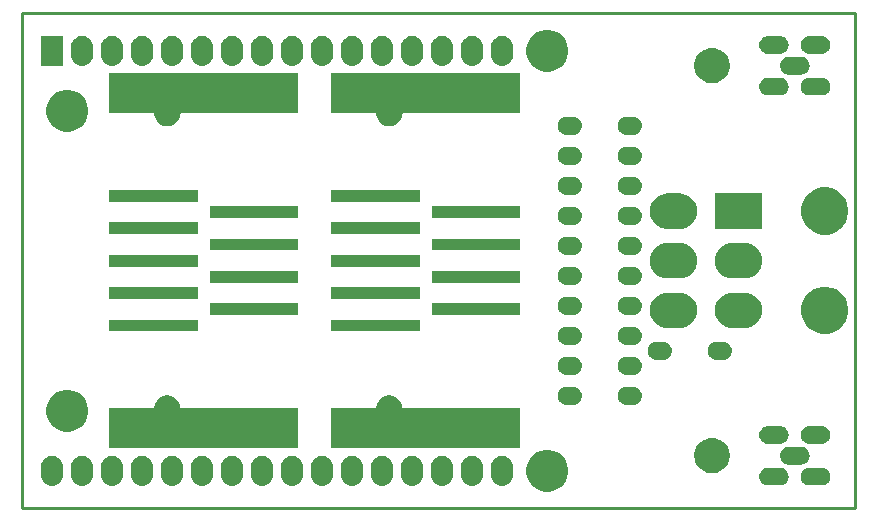
<source format=gts>
G04 #@! TF.GenerationSoftware,KiCad,Pcbnew,6.0.0-rc1-unknown-ab92882~66~ubuntu18.04.1*
G04 #@! TF.CreationDate,2018-09-14T10:08:46-04:00*
G04 #@! TF.ProjectId,backlight_controller_3x2,6261636B6C696768745F636F6E74726F,1.0*
G04 #@! TF.SameCoordinates,Original*
G04 #@! TF.FileFunction,Soldermask,Top*
G04 #@! TF.FilePolarity,Negative*
%FSLAX46Y46*%
G04 Gerber Fmt 4.6, Leading zero omitted, Abs format (unit mm)*
G04 Created by KiCad (PCBNEW 6.0.0-rc1-unknown-ab92882~66~ubuntu18.04.1) date Fri Sep 14 10:08:46 2018*
%MOMM*%
%LPD*%
G01*
G04 APERTURE LIST*
%ADD10C,0.228600*%
%ADD11C,0.100000*%
G04 APERTURE END LIST*
D10*
X156210000Y-67945000D02*
X85725000Y-67945000D01*
X156210000Y-109855000D02*
X156210000Y-67945000D01*
X85725000Y-109855000D02*
X156210000Y-109855000D01*
X85725000Y-67945000D02*
X85725000Y-109855000D01*
D11*
G36*
X130693623Y-104970327D02*
X131017198Y-105104356D01*
X131308412Y-105298939D01*
X131556061Y-105546588D01*
X131750644Y-105837802D01*
X131884673Y-106161377D01*
X131953000Y-106504881D01*
X131953000Y-106855119D01*
X131884673Y-107198623D01*
X131750644Y-107522198D01*
X131556061Y-107813412D01*
X131308412Y-108061061D01*
X131017198Y-108255644D01*
X130693623Y-108389673D01*
X130350119Y-108458000D01*
X129999881Y-108458000D01*
X129656377Y-108389673D01*
X129332802Y-108255644D01*
X129041588Y-108061061D01*
X128793939Y-107813412D01*
X128599356Y-107522198D01*
X128465327Y-107198623D01*
X128397000Y-106855119D01*
X128397000Y-106504881D01*
X128465327Y-106161377D01*
X128599356Y-105837802D01*
X128793939Y-105546588D01*
X129041588Y-105298939D01*
X129332802Y-105104356D01*
X129656377Y-104970327D01*
X129999881Y-104902000D01*
X130350119Y-104902000D01*
X130693623Y-104970327D01*
X130693623Y-104970327D01*
G37*
G36*
X126546742Y-105423415D02*
X126721501Y-105476428D01*
X126721503Y-105476429D01*
X126721506Y-105476430D01*
X126882561Y-105562515D01*
X127023730Y-105678370D01*
X127139585Y-105819539D01*
X127225672Y-105980598D01*
X127278685Y-106155357D01*
X127292100Y-106291563D01*
X127292100Y-107068437D01*
X127278685Y-107204643D01*
X127278684Y-107204645D01*
X127225672Y-107379403D01*
X127202664Y-107422446D01*
X127139585Y-107540461D01*
X127023730Y-107681630D01*
X126882561Y-107797485D01*
X126721502Y-107883572D01*
X126546743Y-107936585D01*
X126365000Y-107954485D01*
X126183258Y-107936585D01*
X126008499Y-107883572D01*
X125847440Y-107797485D01*
X125706271Y-107681630D01*
X125590416Y-107540461D01*
X125504329Y-107379402D01*
X125487773Y-107324826D01*
X125451315Y-107204645D01*
X125437900Y-107068439D01*
X125437900Y-106291562D01*
X125451315Y-106155361D01*
X125451315Y-106155358D01*
X125504328Y-105980599D01*
X125504329Y-105980597D01*
X125504330Y-105980594D01*
X125590415Y-105819539D01*
X125706270Y-105678370D01*
X125847439Y-105562515D01*
X126008498Y-105476428D01*
X126183257Y-105423415D01*
X126365000Y-105405515D01*
X126546742Y-105423415D01*
X126546742Y-105423415D01*
G37*
G36*
X90986742Y-105423415D02*
X91161501Y-105476428D01*
X91161503Y-105476429D01*
X91161506Y-105476430D01*
X91322561Y-105562515D01*
X91463730Y-105678370D01*
X91579585Y-105819539D01*
X91665672Y-105980598D01*
X91718685Y-106155357D01*
X91732100Y-106291563D01*
X91732100Y-107068437D01*
X91718685Y-107204643D01*
X91718684Y-107204645D01*
X91665672Y-107379403D01*
X91642664Y-107422446D01*
X91579585Y-107540461D01*
X91463730Y-107681630D01*
X91322561Y-107797485D01*
X91161502Y-107883572D01*
X90986743Y-107936585D01*
X90805000Y-107954485D01*
X90623258Y-107936585D01*
X90448499Y-107883572D01*
X90287440Y-107797485D01*
X90146271Y-107681630D01*
X90030416Y-107540461D01*
X89944329Y-107379402D01*
X89927773Y-107324826D01*
X89891315Y-107204645D01*
X89877900Y-107068439D01*
X89877900Y-106291562D01*
X89891315Y-106155361D01*
X89891315Y-106155358D01*
X89944328Y-105980599D01*
X89944329Y-105980597D01*
X89944330Y-105980594D01*
X90030415Y-105819539D01*
X90146270Y-105678370D01*
X90287439Y-105562515D01*
X90448498Y-105476428D01*
X90623257Y-105423415D01*
X90805000Y-105405515D01*
X90986742Y-105423415D01*
X90986742Y-105423415D01*
G37*
G36*
X93526742Y-105423415D02*
X93701501Y-105476428D01*
X93701503Y-105476429D01*
X93701506Y-105476430D01*
X93862561Y-105562515D01*
X94003730Y-105678370D01*
X94119585Y-105819539D01*
X94205672Y-105980598D01*
X94258685Y-106155357D01*
X94272100Y-106291563D01*
X94272100Y-107068437D01*
X94258685Y-107204643D01*
X94258684Y-107204645D01*
X94205672Y-107379403D01*
X94182664Y-107422446D01*
X94119585Y-107540461D01*
X94003730Y-107681630D01*
X93862561Y-107797485D01*
X93701502Y-107883572D01*
X93526743Y-107936585D01*
X93345000Y-107954485D01*
X93163258Y-107936585D01*
X92988499Y-107883572D01*
X92827440Y-107797485D01*
X92686271Y-107681630D01*
X92570416Y-107540461D01*
X92484329Y-107379402D01*
X92467773Y-107324826D01*
X92431315Y-107204645D01*
X92417900Y-107068439D01*
X92417900Y-106291562D01*
X92431315Y-106155361D01*
X92431315Y-106155358D01*
X92484328Y-105980599D01*
X92484329Y-105980597D01*
X92484330Y-105980594D01*
X92570415Y-105819539D01*
X92686270Y-105678370D01*
X92827439Y-105562515D01*
X92988498Y-105476428D01*
X93163257Y-105423415D01*
X93345000Y-105405515D01*
X93526742Y-105423415D01*
X93526742Y-105423415D01*
G37*
G36*
X96066742Y-105423415D02*
X96241501Y-105476428D01*
X96241503Y-105476429D01*
X96241506Y-105476430D01*
X96402561Y-105562515D01*
X96543730Y-105678370D01*
X96659585Y-105819539D01*
X96745672Y-105980598D01*
X96798685Y-106155357D01*
X96812100Y-106291563D01*
X96812100Y-107068437D01*
X96798685Y-107204643D01*
X96798684Y-107204645D01*
X96745672Y-107379403D01*
X96722664Y-107422446D01*
X96659585Y-107540461D01*
X96543730Y-107681630D01*
X96402561Y-107797485D01*
X96241502Y-107883572D01*
X96066743Y-107936585D01*
X95885000Y-107954485D01*
X95703258Y-107936585D01*
X95528499Y-107883572D01*
X95367440Y-107797485D01*
X95226271Y-107681630D01*
X95110416Y-107540461D01*
X95024329Y-107379402D01*
X95007773Y-107324826D01*
X94971315Y-107204645D01*
X94957900Y-107068439D01*
X94957900Y-106291562D01*
X94971315Y-106155361D01*
X94971315Y-106155358D01*
X95024328Y-105980599D01*
X95024329Y-105980597D01*
X95024330Y-105980594D01*
X95110415Y-105819539D01*
X95226270Y-105678370D01*
X95367439Y-105562515D01*
X95528498Y-105476428D01*
X95703257Y-105423415D01*
X95885000Y-105405515D01*
X96066742Y-105423415D01*
X96066742Y-105423415D01*
G37*
G36*
X98606742Y-105423415D02*
X98781501Y-105476428D01*
X98781503Y-105476429D01*
X98781506Y-105476430D01*
X98942561Y-105562515D01*
X99083730Y-105678370D01*
X99199585Y-105819539D01*
X99285672Y-105980598D01*
X99338685Y-106155357D01*
X99352100Y-106291563D01*
X99352100Y-107068437D01*
X99338685Y-107204643D01*
X99338684Y-107204645D01*
X99285672Y-107379403D01*
X99262664Y-107422446D01*
X99199585Y-107540461D01*
X99083730Y-107681630D01*
X98942561Y-107797485D01*
X98781502Y-107883572D01*
X98606743Y-107936585D01*
X98425000Y-107954485D01*
X98243258Y-107936585D01*
X98068499Y-107883572D01*
X97907440Y-107797485D01*
X97766271Y-107681630D01*
X97650416Y-107540461D01*
X97564329Y-107379402D01*
X97547773Y-107324826D01*
X97511315Y-107204645D01*
X97497900Y-107068439D01*
X97497900Y-106291562D01*
X97511315Y-106155361D01*
X97511315Y-106155358D01*
X97564328Y-105980599D01*
X97564329Y-105980597D01*
X97564330Y-105980594D01*
X97650415Y-105819539D01*
X97766270Y-105678370D01*
X97907439Y-105562515D01*
X98068498Y-105476428D01*
X98243257Y-105423415D01*
X98425000Y-105405515D01*
X98606742Y-105423415D01*
X98606742Y-105423415D01*
G37*
G36*
X101146742Y-105423415D02*
X101321501Y-105476428D01*
X101321503Y-105476429D01*
X101321506Y-105476430D01*
X101482561Y-105562515D01*
X101623730Y-105678370D01*
X101739585Y-105819539D01*
X101825672Y-105980598D01*
X101878685Y-106155357D01*
X101892100Y-106291563D01*
X101892100Y-107068437D01*
X101878685Y-107204643D01*
X101878684Y-107204645D01*
X101825672Y-107379403D01*
X101802664Y-107422446D01*
X101739585Y-107540461D01*
X101623730Y-107681630D01*
X101482561Y-107797485D01*
X101321502Y-107883572D01*
X101146743Y-107936585D01*
X100965000Y-107954485D01*
X100783258Y-107936585D01*
X100608499Y-107883572D01*
X100447440Y-107797485D01*
X100306271Y-107681630D01*
X100190416Y-107540461D01*
X100104329Y-107379402D01*
X100087773Y-107324826D01*
X100051315Y-107204645D01*
X100037900Y-107068439D01*
X100037900Y-106291562D01*
X100051315Y-106155361D01*
X100051315Y-106155358D01*
X100104328Y-105980599D01*
X100104329Y-105980597D01*
X100104330Y-105980594D01*
X100190415Y-105819539D01*
X100306270Y-105678370D01*
X100447439Y-105562515D01*
X100608498Y-105476428D01*
X100783257Y-105423415D01*
X100965000Y-105405515D01*
X101146742Y-105423415D01*
X101146742Y-105423415D01*
G37*
G36*
X103686742Y-105423415D02*
X103861501Y-105476428D01*
X103861503Y-105476429D01*
X103861506Y-105476430D01*
X104022561Y-105562515D01*
X104163730Y-105678370D01*
X104279585Y-105819539D01*
X104365672Y-105980598D01*
X104418685Y-106155357D01*
X104432100Y-106291563D01*
X104432100Y-107068437D01*
X104418685Y-107204643D01*
X104418684Y-107204645D01*
X104365672Y-107379403D01*
X104342664Y-107422446D01*
X104279585Y-107540461D01*
X104163730Y-107681630D01*
X104022561Y-107797485D01*
X103861502Y-107883572D01*
X103686743Y-107936585D01*
X103505000Y-107954485D01*
X103323258Y-107936585D01*
X103148499Y-107883572D01*
X102987440Y-107797485D01*
X102846271Y-107681630D01*
X102730416Y-107540461D01*
X102644329Y-107379402D01*
X102627773Y-107324826D01*
X102591315Y-107204645D01*
X102577900Y-107068439D01*
X102577900Y-106291562D01*
X102591315Y-106155361D01*
X102591315Y-106155358D01*
X102644328Y-105980599D01*
X102644329Y-105980597D01*
X102644330Y-105980594D01*
X102730415Y-105819539D01*
X102846270Y-105678370D01*
X102987439Y-105562515D01*
X103148498Y-105476428D01*
X103323257Y-105423415D01*
X103505000Y-105405515D01*
X103686742Y-105423415D01*
X103686742Y-105423415D01*
G37*
G36*
X106226742Y-105423415D02*
X106401501Y-105476428D01*
X106401503Y-105476429D01*
X106401506Y-105476430D01*
X106562561Y-105562515D01*
X106703730Y-105678370D01*
X106819585Y-105819539D01*
X106905672Y-105980598D01*
X106958685Y-106155357D01*
X106972100Y-106291563D01*
X106972100Y-107068437D01*
X106958685Y-107204643D01*
X106958684Y-107204645D01*
X106905672Y-107379403D01*
X106882664Y-107422446D01*
X106819585Y-107540461D01*
X106703730Y-107681630D01*
X106562561Y-107797485D01*
X106401502Y-107883572D01*
X106226743Y-107936585D01*
X106045000Y-107954485D01*
X105863258Y-107936585D01*
X105688499Y-107883572D01*
X105527440Y-107797485D01*
X105386271Y-107681630D01*
X105270416Y-107540461D01*
X105184329Y-107379402D01*
X105167773Y-107324826D01*
X105131315Y-107204645D01*
X105117900Y-107068439D01*
X105117900Y-106291562D01*
X105131315Y-106155361D01*
X105131315Y-106155358D01*
X105184328Y-105980599D01*
X105184329Y-105980597D01*
X105184330Y-105980594D01*
X105270415Y-105819539D01*
X105386270Y-105678370D01*
X105527439Y-105562515D01*
X105688498Y-105476428D01*
X105863257Y-105423415D01*
X106045000Y-105405515D01*
X106226742Y-105423415D01*
X106226742Y-105423415D01*
G37*
G36*
X111306742Y-105423415D02*
X111481501Y-105476428D01*
X111481503Y-105476429D01*
X111481506Y-105476430D01*
X111642561Y-105562515D01*
X111783730Y-105678370D01*
X111899585Y-105819539D01*
X111985672Y-105980598D01*
X112038685Y-106155357D01*
X112052100Y-106291563D01*
X112052100Y-107068437D01*
X112038685Y-107204643D01*
X112038684Y-107204645D01*
X111985672Y-107379403D01*
X111962664Y-107422446D01*
X111899585Y-107540461D01*
X111783730Y-107681630D01*
X111642561Y-107797485D01*
X111481502Y-107883572D01*
X111306743Y-107936585D01*
X111125000Y-107954485D01*
X110943258Y-107936585D01*
X110768499Y-107883572D01*
X110607440Y-107797485D01*
X110466271Y-107681630D01*
X110350416Y-107540461D01*
X110264329Y-107379402D01*
X110247773Y-107324826D01*
X110211315Y-107204645D01*
X110197900Y-107068439D01*
X110197900Y-106291562D01*
X110211315Y-106155361D01*
X110211315Y-106155358D01*
X110264328Y-105980599D01*
X110264329Y-105980597D01*
X110264330Y-105980594D01*
X110350415Y-105819539D01*
X110466270Y-105678370D01*
X110607439Y-105562515D01*
X110768498Y-105476428D01*
X110943257Y-105423415D01*
X111125000Y-105405515D01*
X111306742Y-105423415D01*
X111306742Y-105423415D01*
G37*
G36*
X108766742Y-105423415D02*
X108941501Y-105476428D01*
X108941503Y-105476429D01*
X108941506Y-105476430D01*
X109102561Y-105562515D01*
X109243730Y-105678370D01*
X109359585Y-105819539D01*
X109445672Y-105980598D01*
X109498685Y-106155357D01*
X109512100Y-106291563D01*
X109512100Y-107068437D01*
X109498685Y-107204643D01*
X109498684Y-107204645D01*
X109445672Y-107379403D01*
X109422664Y-107422446D01*
X109359585Y-107540461D01*
X109243730Y-107681630D01*
X109102561Y-107797485D01*
X108941502Y-107883572D01*
X108766743Y-107936585D01*
X108585000Y-107954485D01*
X108403258Y-107936585D01*
X108228499Y-107883572D01*
X108067440Y-107797485D01*
X107926271Y-107681630D01*
X107810416Y-107540461D01*
X107724329Y-107379402D01*
X107707773Y-107324826D01*
X107671315Y-107204645D01*
X107657900Y-107068439D01*
X107657900Y-106291562D01*
X107671315Y-106155361D01*
X107671315Y-106155358D01*
X107724328Y-105980599D01*
X107724329Y-105980597D01*
X107724330Y-105980594D01*
X107810415Y-105819539D01*
X107926270Y-105678370D01*
X108067439Y-105562515D01*
X108228498Y-105476428D01*
X108403257Y-105423415D01*
X108585000Y-105405515D01*
X108766742Y-105423415D01*
X108766742Y-105423415D01*
G37*
G36*
X88446742Y-105423415D02*
X88621501Y-105476428D01*
X88621503Y-105476429D01*
X88621506Y-105476430D01*
X88782561Y-105562515D01*
X88923730Y-105678370D01*
X89039585Y-105819539D01*
X89125672Y-105980598D01*
X89178685Y-106155357D01*
X89192100Y-106291563D01*
X89192100Y-107068437D01*
X89178685Y-107204643D01*
X89178684Y-107204645D01*
X89125672Y-107379403D01*
X89102664Y-107422446D01*
X89039585Y-107540461D01*
X88923730Y-107681630D01*
X88782561Y-107797485D01*
X88621502Y-107883572D01*
X88446743Y-107936585D01*
X88265000Y-107954485D01*
X88083258Y-107936585D01*
X87908499Y-107883572D01*
X87747440Y-107797485D01*
X87606271Y-107681630D01*
X87490416Y-107540461D01*
X87404329Y-107379402D01*
X87387773Y-107324826D01*
X87351315Y-107204645D01*
X87337900Y-107068439D01*
X87337900Y-106291562D01*
X87351315Y-106155361D01*
X87351315Y-106155358D01*
X87404328Y-105980599D01*
X87404329Y-105980597D01*
X87404330Y-105980594D01*
X87490415Y-105819539D01*
X87606270Y-105678370D01*
X87747439Y-105562515D01*
X87908498Y-105476428D01*
X88083257Y-105423415D01*
X88265000Y-105405515D01*
X88446742Y-105423415D01*
X88446742Y-105423415D01*
G37*
G36*
X124006742Y-105423415D02*
X124181501Y-105476428D01*
X124181503Y-105476429D01*
X124181506Y-105476430D01*
X124342561Y-105562515D01*
X124483730Y-105678370D01*
X124599585Y-105819539D01*
X124685672Y-105980598D01*
X124738685Y-106155357D01*
X124752100Y-106291563D01*
X124752100Y-107068437D01*
X124738685Y-107204643D01*
X124738684Y-107204645D01*
X124685672Y-107379403D01*
X124662664Y-107422446D01*
X124599585Y-107540461D01*
X124483730Y-107681630D01*
X124342561Y-107797485D01*
X124181502Y-107883572D01*
X124006743Y-107936585D01*
X123825000Y-107954485D01*
X123643258Y-107936585D01*
X123468499Y-107883572D01*
X123307440Y-107797485D01*
X123166271Y-107681630D01*
X123050416Y-107540461D01*
X122964329Y-107379402D01*
X122947773Y-107324826D01*
X122911315Y-107204645D01*
X122897900Y-107068439D01*
X122897900Y-106291562D01*
X122911315Y-106155361D01*
X122911315Y-106155358D01*
X122964328Y-105980599D01*
X122964329Y-105980597D01*
X122964330Y-105980594D01*
X123050415Y-105819539D01*
X123166270Y-105678370D01*
X123307439Y-105562515D01*
X123468498Y-105476428D01*
X123643257Y-105423415D01*
X123825000Y-105405515D01*
X124006742Y-105423415D01*
X124006742Y-105423415D01*
G37*
G36*
X121466742Y-105423415D02*
X121641501Y-105476428D01*
X121641503Y-105476429D01*
X121641506Y-105476430D01*
X121802561Y-105562515D01*
X121943730Y-105678370D01*
X122059585Y-105819539D01*
X122145672Y-105980598D01*
X122198685Y-106155357D01*
X122212100Y-106291563D01*
X122212100Y-107068437D01*
X122198685Y-107204643D01*
X122198684Y-107204645D01*
X122145672Y-107379403D01*
X122122664Y-107422446D01*
X122059585Y-107540461D01*
X121943730Y-107681630D01*
X121802561Y-107797485D01*
X121641502Y-107883572D01*
X121466743Y-107936585D01*
X121285000Y-107954485D01*
X121103258Y-107936585D01*
X120928499Y-107883572D01*
X120767440Y-107797485D01*
X120626271Y-107681630D01*
X120510416Y-107540461D01*
X120424329Y-107379402D01*
X120407773Y-107324826D01*
X120371315Y-107204645D01*
X120357900Y-107068439D01*
X120357900Y-106291562D01*
X120371315Y-106155361D01*
X120371315Y-106155358D01*
X120424328Y-105980599D01*
X120424329Y-105980597D01*
X120424330Y-105980594D01*
X120510415Y-105819539D01*
X120626270Y-105678370D01*
X120767439Y-105562515D01*
X120928498Y-105476428D01*
X121103257Y-105423415D01*
X121285000Y-105405515D01*
X121466742Y-105423415D01*
X121466742Y-105423415D01*
G37*
G36*
X118926742Y-105423415D02*
X119101501Y-105476428D01*
X119101503Y-105476429D01*
X119101506Y-105476430D01*
X119262561Y-105562515D01*
X119403730Y-105678370D01*
X119519585Y-105819539D01*
X119605672Y-105980598D01*
X119658685Y-106155357D01*
X119672100Y-106291563D01*
X119672100Y-107068437D01*
X119658685Y-107204643D01*
X119658684Y-107204645D01*
X119605672Y-107379403D01*
X119582664Y-107422446D01*
X119519585Y-107540461D01*
X119403730Y-107681630D01*
X119262561Y-107797485D01*
X119101502Y-107883572D01*
X118926743Y-107936585D01*
X118745000Y-107954485D01*
X118563258Y-107936585D01*
X118388499Y-107883572D01*
X118227440Y-107797485D01*
X118086271Y-107681630D01*
X117970416Y-107540461D01*
X117884329Y-107379402D01*
X117867773Y-107324826D01*
X117831315Y-107204645D01*
X117817900Y-107068439D01*
X117817900Y-106291562D01*
X117831315Y-106155361D01*
X117831315Y-106155358D01*
X117884328Y-105980599D01*
X117884329Y-105980597D01*
X117884330Y-105980594D01*
X117970415Y-105819539D01*
X118086270Y-105678370D01*
X118227439Y-105562515D01*
X118388498Y-105476428D01*
X118563257Y-105423415D01*
X118745000Y-105405515D01*
X118926742Y-105423415D01*
X118926742Y-105423415D01*
G37*
G36*
X116386742Y-105423415D02*
X116561501Y-105476428D01*
X116561503Y-105476429D01*
X116561506Y-105476430D01*
X116722561Y-105562515D01*
X116863730Y-105678370D01*
X116979585Y-105819539D01*
X117065672Y-105980598D01*
X117118685Y-106155357D01*
X117132100Y-106291563D01*
X117132100Y-107068437D01*
X117118685Y-107204643D01*
X117118684Y-107204645D01*
X117065672Y-107379403D01*
X117042664Y-107422446D01*
X116979585Y-107540461D01*
X116863730Y-107681630D01*
X116722561Y-107797485D01*
X116561502Y-107883572D01*
X116386743Y-107936585D01*
X116205000Y-107954485D01*
X116023258Y-107936585D01*
X115848499Y-107883572D01*
X115687440Y-107797485D01*
X115546271Y-107681630D01*
X115430416Y-107540461D01*
X115344329Y-107379402D01*
X115327773Y-107324826D01*
X115291315Y-107204645D01*
X115277900Y-107068439D01*
X115277900Y-106291562D01*
X115291315Y-106155361D01*
X115291315Y-106155358D01*
X115344328Y-105980599D01*
X115344329Y-105980597D01*
X115344330Y-105980594D01*
X115430415Y-105819539D01*
X115546270Y-105678370D01*
X115687439Y-105562515D01*
X115848498Y-105476428D01*
X116023257Y-105423415D01*
X116205000Y-105405515D01*
X116386742Y-105423415D01*
X116386742Y-105423415D01*
G37*
G36*
X113846742Y-105423415D02*
X114021501Y-105476428D01*
X114021503Y-105476429D01*
X114021506Y-105476430D01*
X114182561Y-105562515D01*
X114323730Y-105678370D01*
X114439585Y-105819539D01*
X114525672Y-105980598D01*
X114578685Y-106155357D01*
X114592100Y-106291563D01*
X114592100Y-107068437D01*
X114578685Y-107204643D01*
X114578684Y-107204645D01*
X114525672Y-107379403D01*
X114502664Y-107422446D01*
X114439585Y-107540461D01*
X114323730Y-107681630D01*
X114182561Y-107797485D01*
X114021502Y-107883572D01*
X113846743Y-107936585D01*
X113665000Y-107954485D01*
X113483258Y-107936585D01*
X113308499Y-107883572D01*
X113147440Y-107797485D01*
X113006271Y-107681630D01*
X112890416Y-107540461D01*
X112804329Y-107379402D01*
X112787773Y-107324826D01*
X112751315Y-107204645D01*
X112737900Y-107068439D01*
X112737900Y-106291562D01*
X112751315Y-106155361D01*
X112751315Y-106155358D01*
X112804328Y-105980599D01*
X112804329Y-105980597D01*
X112804330Y-105980594D01*
X112890415Y-105819539D01*
X113006270Y-105678370D01*
X113147439Y-105562515D01*
X113308498Y-105476428D01*
X113483257Y-105423415D01*
X113665000Y-105405515D01*
X113846742Y-105423415D01*
X113846742Y-105423415D01*
G37*
G36*
X153544827Y-106438652D02*
X153686201Y-106481538D01*
X153816494Y-106551180D01*
X153930696Y-106644904D01*
X154024420Y-106759106D01*
X154094062Y-106889399D01*
X154136948Y-107030773D01*
X154151428Y-107177800D01*
X154136948Y-107324827D01*
X154094062Y-107466201D01*
X154024420Y-107596494D01*
X153930696Y-107710696D01*
X153816494Y-107804420D01*
X153686201Y-107874062D01*
X153544827Y-107916948D01*
X153434639Y-107927800D01*
X152360961Y-107927800D01*
X152250773Y-107916948D01*
X152109399Y-107874062D01*
X151979106Y-107804420D01*
X151864904Y-107710696D01*
X151771180Y-107596494D01*
X151701538Y-107466201D01*
X151658652Y-107324827D01*
X151644172Y-107177800D01*
X151658652Y-107030773D01*
X151701538Y-106889399D01*
X151771180Y-106759106D01*
X151864904Y-106644904D01*
X151979106Y-106551180D01*
X152109399Y-106481538D01*
X152250773Y-106438652D01*
X152360961Y-106427800D01*
X153434639Y-106427800D01*
X153544827Y-106438652D01*
X153544827Y-106438652D01*
G37*
G36*
X150009227Y-106438652D02*
X150150601Y-106481538D01*
X150280894Y-106551180D01*
X150395096Y-106644904D01*
X150488820Y-106759106D01*
X150558462Y-106889399D01*
X150601348Y-107030773D01*
X150615828Y-107177800D01*
X150601348Y-107324827D01*
X150558462Y-107466201D01*
X150488820Y-107596494D01*
X150395096Y-107710696D01*
X150280894Y-107804420D01*
X150150601Y-107874062D01*
X150009227Y-107916948D01*
X149899039Y-107927800D01*
X148825361Y-107927800D01*
X148715173Y-107916948D01*
X148573799Y-107874062D01*
X148443506Y-107804420D01*
X148329304Y-107710696D01*
X148235580Y-107596494D01*
X148165938Y-107466201D01*
X148123052Y-107324827D01*
X148108572Y-107177800D01*
X148123052Y-107030773D01*
X148165938Y-106889399D01*
X148235580Y-106759106D01*
X148329304Y-106644904D01*
X148443506Y-106551180D01*
X148573799Y-106481538D01*
X148715173Y-106438652D01*
X148825361Y-106427800D01*
X149899039Y-106427800D01*
X150009227Y-106438652D01*
X150009227Y-106438652D01*
G37*
G36*
X144470935Y-103948429D02*
X144567534Y-103967644D01*
X144840517Y-104080717D01*
X144981763Y-104175095D01*
X145086197Y-104244876D01*
X145295124Y-104453803D01*
X145459284Y-104699485D01*
X145572356Y-104972467D01*
X145630000Y-105262261D01*
X145630000Y-105557739D01*
X145606005Y-105678370D01*
X145572356Y-105847534D01*
X145459283Y-106120517D01*
X145436001Y-106155361D01*
X145295124Y-106366197D01*
X145086197Y-106575124D01*
X145086194Y-106575126D01*
X144840517Y-106739283D01*
X144567534Y-106852356D01*
X144553648Y-106855118D01*
X144277739Y-106910000D01*
X143982261Y-106910000D01*
X143706352Y-106855118D01*
X143692466Y-106852356D01*
X143419483Y-106739283D01*
X143173806Y-106575126D01*
X143173803Y-106575124D01*
X142964876Y-106366197D01*
X142823999Y-106155361D01*
X142800717Y-106120517D01*
X142687644Y-105847534D01*
X142653995Y-105678370D01*
X142630000Y-105557739D01*
X142630000Y-105262261D01*
X142687644Y-104972467D01*
X142800716Y-104699485D01*
X142964876Y-104453803D01*
X143173803Y-104244876D01*
X143278237Y-104175095D01*
X143419483Y-104080717D01*
X143692466Y-103967644D01*
X143789065Y-103948429D01*
X143982261Y-103910000D01*
X144277739Y-103910000D01*
X144470935Y-103948429D01*
X144470935Y-103948429D01*
G37*
G36*
X151777027Y-104670852D02*
X151918401Y-104713738D01*
X152048694Y-104783380D01*
X152162896Y-104877104D01*
X152256620Y-104991306D01*
X152326262Y-105121599D01*
X152369148Y-105262973D01*
X152383628Y-105410000D01*
X152369148Y-105557027D01*
X152326262Y-105698401D01*
X152256620Y-105828694D01*
X152162896Y-105942896D01*
X152048694Y-106036620D01*
X151918401Y-106106262D01*
X151777027Y-106149148D01*
X151666839Y-106160000D01*
X150593161Y-106160000D01*
X150482973Y-106149148D01*
X150341599Y-106106262D01*
X150211306Y-106036620D01*
X150097104Y-105942896D01*
X150003380Y-105828694D01*
X149933738Y-105698401D01*
X149890852Y-105557027D01*
X149876372Y-105410000D01*
X149890852Y-105262973D01*
X149933738Y-105121599D01*
X150003380Y-104991306D01*
X150097104Y-104877104D01*
X150211306Y-104783380D01*
X150341599Y-104713738D01*
X150482973Y-104670852D01*
X150593161Y-104660000D01*
X151666839Y-104660000D01*
X151777027Y-104670852D01*
X151777027Y-104670852D01*
G37*
G36*
X98312857Y-100342272D02*
X98513042Y-100425191D01*
X98693213Y-100545578D01*
X98846422Y-100698787D01*
X98846424Y-100698790D01*
X98846425Y-100698791D01*
X98884246Y-100755394D01*
X98966809Y-100878958D01*
X99049728Y-101079143D01*
X99093537Y-101299386D01*
X99100650Y-101322835D01*
X99112201Y-101344446D01*
X99127747Y-101363388D01*
X99146689Y-101378934D01*
X99168300Y-101390485D01*
X99191749Y-101397598D01*
X99216135Y-101400000D01*
X109092000Y-101400000D01*
X109092000Y-104800000D01*
X93092000Y-104800000D01*
X93092000Y-101400000D01*
X96767865Y-101400000D01*
X96792251Y-101397598D01*
X96815700Y-101390485D01*
X96837311Y-101378934D01*
X96856253Y-101363388D01*
X96871799Y-101344446D01*
X96883350Y-101322835D01*
X96890463Y-101299386D01*
X96934272Y-101079143D01*
X97017191Y-100878958D01*
X97099754Y-100755394D01*
X97137575Y-100698791D01*
X97137576Y-100698790D01*
X97137578Y-100698787D01*
X97290787Y-100545578D01*
X97470958Y-100425191D01*
X97671143Y-100342272D01*
X97883658Y-100300000D01*
X98100342Y-100300000D01*
X98312857Y-100342272D01*
X98312857Y-100342272D01*
G37*
G36*
X117108857Y-100342272D02*
X117309042Y-100425191D01*
X117489213Y-100545578D01*
X117642422Y-100698787D01*
X117642424Y-100698790D01*
X117642425Y-100698791D01*
X117680246Y-100755394D01*
X117762809Y-100878958D01*
X117845728Y-101079143D01*
X117889537Y-101299386D01*
X117896650Y-101322835D01*
X117908201Y-101344446D01*
X117923747Y-101363388D01*
X117942689Y-101378934D01*
X117964300Y-101390485D01*
X117987749Y-101397598D01*
X118012135Y-101400000D01*
X127888000Y-101400000D01*
X127888000Y-104800000D01*
X111888000Y-104800000D01*
X111888000Y-101400000D01*
X115563865Y-101400000D01*
X115588251Y-101397598D01*
X115611700Y-101390485D01*
X115633311Y-101378934D01*
X115652253Y-101363388D01*
X115667799Y-101344446D01*
X115679350Y-101322835D01*
X115686463Y-101299386D01*
X115730272Y-101079143D01*
X115813191Y-100878958D01*
X115895754Y-100755394D01*
X115933575Y-100698791D01*
X115933576Y-100698790D01*
X115933578Y-100698787D01*
X116086787Y-100545578D01*
X116266958Y-100425191D01*
X116467143Y-100342272D01*
X116679658Y-100300000D01*
X116896342Y-100300000D01*
X117108857Y-100342272D01*
X117108857Y-100342272D01*
G37*
G36*
X153544827Y-102903052D02*
X153686201Y-102945938D01*
X153816494Y-103015580D01*
X153930696Y-103109304D01*
X154024420Y-103223506D01*
X154094062Y-103353799D01*
X154136948Y-103495173D01*
X154151428Y-103642200D01*
X154136948Y-103789227D01*
X154094062Y-103930601D01*
X154024420Y-104060894D01*
X153930696Y-104175096D01*
X153816494Y-104268820D01*
X153686201Y-104338462D01*
X153544827Y-104381348D01*
X153434639Y-104392200D01*
X152360961Y-104392200D01*
X152250773Y-104381348D01*
X152109399Y-104338462D01*
X151979106Y-104268820D01*
X151864904Y-104175096D01*
X151771180Y-104060894D01*
X151701538Y-103930601D01*
X151658652Y-103789227D01*
X151644172Y-103642200D01*
X151658652Y-103495173D01*
X151701538Y-103353799D01*
X151771180Y-103223506D01*
X151864904Y-103109304D01*
X151979106Y-103015580D01*
X152109399Y-102945938D01*
X152250773Y-102903052D01*
X152360961Y-102892200D01*
X153434639Y-102892200D01*
X153544827Y-102903052D01*
X153544827Y-102903052D01*
G37*
G36*
X150009227Y-102903052D02*
X150150601Y-102945938D01*
X150280894Y-103015580D01*
X150395096Y-103109304D01*
X150488820Y-103223506D01*
X150558462Y-103353799D01*
X150601348Y-103495173D01*
X150615828Y-103642200D01*
X150601348Y-103789227D01*
X150558462Y-103930601D01*
X150488820Y-104060894D01*
X150395096Y-104175096D01*
X150280894Y-104268820D01*
X150150601Y-104338462D01*
X150009227Y-104381348D01*
X149899039Y-104392200D01*
X148825361Y-104392200D01*
X148715173Y-104381348D01*
X148573799Y-104338462D01*
X148443506Y-104268820D01*
X148329304Y-104175096D01*
X148235580Y-104060894D01*
X148165938Y-103930601D01*
X148123052Y-103789227D01*
X148108572Y-103642200D01*
X148123052Y-103495173D01*
X148165938Y-103353799D01*
X148235580Y-103223506D01*
X148329304Y-103109304D01*
X148443506Y-103015580D01*
X148573799Y-102945938D01*
X148715173Y-102903052D01*
X148825361Y-102892200D01*
X149899039Y-102892200D01*
X150009227Y-102903052D01*
X150009227Y-102903052D01*
G37*
G36*
X90053623Y-99890327D02*
X90377198Y-100024356D01*
X90668412Y-100218939D01*
X90916061Y-100466588D01*
X91110644Y-100757802D01*
X91244673Y-101081377D01*
X91313000Y-101424881D01*
X91313000Y-101775119D01*
X91244673Y-102118623D01*
X91110644Y-102442198D01*
X90916061Y-102733412D01*
X90668412Y-102981061D01*
X90377198Y-103175644D01*
X90053623Y-103309673D01*
X89710119Y-103378000D01*
X89359881Y-103378000D01*
X89016377Y-103309673D01*
X88692802Y-103175644D01*
X88401588Y-102981061D01*
X88153939Y-102733412D01*
X87959356Y-102442198D01*
X87825327Y-102118623D01*
X87757000Y-101775119D01*
X87757000Y-101424881D01*
X87825327Y-101081377D01*
X87959356Y-100757802D01*
X88153939Y-100466588D01*
X88401588Y-100218939D01*
X88692802Y-100024356D01*
X89016377Y-99890327D01*
X89359881Y-99822000D01*
X89710119Y-99822000D01*
X90053623Y-99890327D01*
X90053623Y-99890327D01*
G37*
G36*
X132408743Y-99571675D02*
X132483378Y-99579026D01*
X132579136Y-99608074D01*
X132627016Y-99622598D01*
X132675299Y-99648406D01*
X132759392Y-99693355D01*
X132875422Y-99788578D01*
X132970645Y-99904608D01*
X133015594Y-99988701D01*
X133041402Y-100036984D01*
X133041402Y-100036985D01*
X133084974Y-100180622D01*
X133099686Y-100330000D01*
X133084974Y-100479378D01*
X133064893Y-100545575D01*
X133041402Y-100623016D01*
X133015594Y-100671299D01*
X132970645Y-100755392D01*
X132875422Y-100871422D01*
X132759392Y-100966645D01*
X132675299Y-101011594D01*
X132627016Y-101037402D01*
X132579136Y-101051926D01*
X132483378Y-101080974D01*
X132408743Y-101088325D01*
X132371427Y-101092000D01*
X131788573Y-101092000D01*
X131751257Y-101088325D01*
X131676622Y-101080974D01*
X131580864Y-101051926D01*
X131532984Y-101037402D01*
X131484701Y-101011594D01*
X131400608Y-100966645D01*
X131284578Y-100871422D01*
X131189355Y-100755392D01*
X131144406Y-100671299D01*
X131118598Y-100623016D01*
X131095107Y-100545575D01*
X131075026Y-100479378D01*
X131060314Y-100330000D01*
X131075026Y-100180622D01*
X131118598Y-100036985D01*
X131118598Y-100036984D01*
X131144406Y-99988701D01*
X131189355Y-99904608D01*
X131284578Y-99788578D01*
X131400608Y-99693355D01*
X131484701Y-99648406D01*
X131532984Y-99622598D01*
X131580864Y-99608074D01*
X131676622Y-99579026D01*
X131751257Y-99571675D01*
X131788573Y-99568000D01*
X132371427Y-99568000D01*
X132408743Y-99571675D01*
X132408743Y-99571675D01*
G37*
G36*
X137488743Y-99571675D02*
X137563378Y-99579026D01*
X137659136Y-99608074D01*
X137707016Y-99622598D01*
X137755299Y-99648406D01*
X137839392Y-99693355D01*
X137955422Y-99788578D01*
X138050645Y-99904608D01*
X138095594Y-99988701D01*
X138121402Y-100036984D01*
X138121402Y-100036985D01*
X138164974Y-100180622D01*
X138179686Y-100330000D01*
X138164974Y-100479378D01*
X138144893Y-100545575D01*
X138121402Y-100623016D01*
X138095594Y-100671299D01*
X138050645Y-100755392D01*
X137955422Y-100871422D01*
X137839392Y-100966645D01*
X137755299Y-101011594D01*
X137707016Y-101037402D01*
X137659136Y-101051926D01*
X137563378Y-101080974D01*
X137488743Y-101088325D01*
X137451427Y-101092000D01*
X136868573Y-101092000D01*
X136831257Y-101088325D01*
X136756622Y-101080974D01*
X136660864Y-101051926D01*
X136612984Y-101037402D01*
X136564701Y-101011594D01*
X136480608Y-100966645D01*
X136364578Y-100871422D01*
X136269355Y-100755392D01*
X136224406Y-100671299D01*
X136198598Y-100623016D01*
X136175107Y-100545575D01*
X136155026Y-100479378D01*
X136140314Y-100330000D01*
X136155026Y-100180622D01*
X136198598Y-100036985D01*
X136198598Y-100036984D01*
X136224406Y-99988701D01*
X136269355Y-99904608D01*
X136364578Y-99788578D01*
X136480608Y-99693355D01*
X136564701Y-99648406D01*
X136612984Y-99622598D01*
X136660864Y-99608074D01*
X136756622Y-99579026D01*
X136831257Y-99571675D01*
X136868573Y-99568000D01*
X137451427Y-99568000D01*
X137488743Y-99571675D01*
X137488743Y-99571675D01*
G37*
G36*
X132408743Y-97031675D02*
X132483378Y-97039026D01*
X132557207Y-97061422D01*
X132627016Y-97082598D01*
X132675299Y-97108406D01*
X132759392Y-97153355D01*
X132875422Y-97248578D01*
X132970645Y-97364608D01*
X133015594Y-97448701D01*
X133041402Y-97496984D01*
X133041402Y-97496985D01*
X133084974Y-97640622D01*
X133099686Y-97790000D01*
X133084974Y-97939378D01*
X133055926Y-98035136D01*
X133041402Y-98083016D01*
X133015594Y-98131299D01*
X132970645Y-98215392D01*
X132875422Y-98331422D01*
X132759392Y-98426645D01*
X132675299Y-98471594D01*
X132627016Y-98497402D01*
X132579136Y-98511926D01*
X132483378Y-98540974D01*
X132408743Y-98548325D01*
X132371427Y-98552000D01*
X131788573Y-98552000D01*
X131751257Y-98548325D01*
X131676622Y-98540974D01*
X131580864Y-98511926D01*
X131532984Y-98497402D01*
X131484701Y-98471594D01*
X131400608Y-98426645D01*
X131284578Y-98331422D01*
X131189355Y-98215392D01*
X131144406Y-98131299D01*
X131118598Y-98083016D01*
X131104074Y-98035136D01*
X131075026Y-97939378D01*
X131060314Y-97790000D01*
X131075026Y-97640622D01*
X131118598Y-97496985D01*
X131118598Y-97496984D01*
X131144406Y-97448701D01*
X131189355Y-97364608D01*
X131284578Y-97248578D01*
X131400608Y-97153355D01*
X131484701Y-97108406D01*
X131532984Y-97082598D01*
X131602793Y-97061422D01*
X131676622Y-97039026D01*
X131751257Y-97031675D01*
X131788573Y-97028000D01*
X132371427Y-97028000D01*
X132408743Y-97031675D01*
X132408743Y-97031675D01*
G37*
G36*
X137488743Y-97031675D02*
X137563378Y-97039026D01*
X137637207Y-97061422D01*
X137707016Y-97082598D01*
X137755299Y-97108406D01*
X137839392Y-97153355D01*
X137955422Y-97248578D01*
X138050645Y-97364608D01*
X138095594Y-97448701D01*
X138121402Y-97496984D01*
X138121402Y-97496985D01*
X138164974Y-97640622D01*
X138179686Y-97790000D01*
X138164974Y-97939378D01*
X138135926Y-98035136D01*
X138121402Y-98083016D01*
X138095594Y-98131299D01*
X138050645Y-98215392D01*
X137955422Y-98331422D01*
X137839392Y-98426645D01*
X137755299Y-98471594D01*
X137707016Y-98497402D01*
X137659136Y-98511926D01*
X137563378Y-98540974D01*
X137488743Y-98548325D01*
X137451427Y-98552000D01*
X136868573Y-98552000D01*
X136831257Y-98548325D01*
X136756622Y-98540974D01*
X136660864Y-98511926D01*
X136612984Y-98497402D01*
X136564701Y-98471594D01*
X136480608Y-98426645D01*
X136364578Y-98331422D01*
X136269355Y-98215392D01*
X136224406Y-98131299D01*
X136198598Y-98083016D01*
X136184074Y-98035136D01*
X136155026Y-97939378D01*
X136140314Y-97790000D01*
X136155026Y-97640622D01*
X136198598Y-97496985D01*
X136198598Y-97496984D01*
X136224406Y-97448701D01*
X136269355Y-97364608D01*
X136364578Y-97248578D01*
X136480608Y-97153355D01*
X136564701Y-97108406D01*
X136612984Y-97082598D01*
X136682793Y-97061422D01*
X136756622Y-97039026D01*
X136831257Y-97031675D01*
X136868573Y-97028000D01*
X137451427Y-97028000D01*
X137488743Y-97031675D01*
X137488743Y-97031675D01*
G37*
G36*
X145108743Y-95761675D02*
X145183378Y-95769026D01*
X145257207Y-95791422D01*
X145327016Y-95812598D01*
X145375299Y-95838406D01*
X145459392Y-95883355D01*
X145575422Y-95978578D01*
X145670645Y-96094608D01*
X145715594Y-96178701D01*
X145741402Y-96226984D01*
X145741402Y-96226985D01*
X145784974Y-96370622D01*
X145799686Y-96520000D01*
X145784974Y-96669378D01*
X145755926Y-96765136D01*
X145741402Y-96813016D01*
X145715594Y-96861299D01*
X145670645Y-96945392D01*
X145575422Y-97061422D01*
X145459392Y-97156645D01*
X145375299Y-97201594D01*
X145327016Y-97227402D01*
X145279136Y-97241926D01*
X145183378Y-97270974D01*
X145108743Y-97278325D01*
X145071427Y-97282000D01*
X144488573Y-97282000D01*
X144451257Y-97278325D01*
X144376622Y-97270974D01*
X144280864Y-97241926D01*
X144232984Y-97227402D01*
X144184701Y-97201594D01*
X144100608Y-97156645D01*
X143984578Y-97061422D01*
X143889355Y-96945392D01*
X143844406Y-96861299D01*
X143818598Y-96813016D01*
X143804074Y-96765136D01*
X143775026Y-96669378D01*
X143760314Y-96520000D01*
X143775026Y-96370622D01*
X143818598Y-96226985D01*
X143818598Y-96226984D01*
X143844406Y-96178701D01*
X143889355Y-96094608D01*
X143984578Y-95978578D01*
X144100608Y-95883355D01*
X144184701Y-95838406D01*
X144232984Y-95812598D01*
X144302793Y-95791422D01*
X144376622Y-95769026D01*
X144451257Y-95761675D01*
X144488573Y-95758000D01*
X145071427Y-95758000D01*
X145108743Y-95761675D01*
X145108743Y-95761675D01*
G37*
G36*
X140028743Y-95761675D02*
X140103378Y-95769026D01*
X140177207Y-95791422D01*
X140247016Y-95812598D01*
X140295299Y-95838406D01*
X140379392Y-95883355D01*
X140495422Y-95978578D01*
X140590645Y-96094608D01*
X140635594Y-96178701D01*
X140661402Y-96226984D01*
X140661402Y-96226985D01*
X140704974Y-96370622D01*
X140719686Y-96520000D01*
X140704974Y-96669378D01*
X140675926Y-96765136D01*
X140661402Y-96813016D01*
X140635594Y-96861299D01*
X140590645Y-96945392D01*
X140495422Y-97061422D01*
X140379392Y-97156645D01*
X140295299Y-97201594D01*
X140247016Y-97227402D01*
X140199136Y-97241926D01*
X140103378Y-97270974D01*
X140028743Y-97278325D01*
X139991427Y-97282000D01*
X139408573Y-97282000D01*
X139371257Y-97278325D01*
X139296622Y-97270974D01*
X139200864Y-97241926D01*
X139152984Y-97227402D01*
X139104701Y-97201594D01*
X139020608Y-97156645D01*
X138904578Y-97061422D01*
X138809355Y-96945392D01*
X138764406Y-96861299D01*
X138738598Y-96813016D01*
X138724074Y-96765136D01*
X138695026Y-96669378D01*
X138680314Y-96520000D01*
X138695026Y-96370622D01*
X138738598Y-96226985D01*
X138738598Y-96226984D01*
X138764406Y-96178701D01*
X138809355Y-96094608D01*
X138904578Y-95978578D01*
X139020608Y-95883355D01*
X139104701Y-95838406D01*
X139152984Y-95812598D01*
X139222793Y-95791422D01*
X139296622Y-95769026D01*
X139371257Y-95761675D01*
X139408573Y-95758000D01*
X139991427Y-95758000D01*
X140028743Y-95761675D01*
X140028743Y-95761675D01*
G37*
G36*
X137488743Y-94491675D02*
X137563378Y-94499026D01*
X137659136Y-94528074D01*
X137707016Y-94542598D01*
X137755299Y-94568406D01*
X137839392Y-94613355D01*
X137955422Y-94708578D01*
X138050645Y-94824608D01*
X138095594Y-94908701D01*
X138121402Y-94956984D01*
X138121402Y-94956985D01*
X138164974Y-95100622D01*
X138179686Y-95250000D01*
X138164974Y-95399378D01*
X138135926Y-95495136D01*
X138121402Y-95543016D01*
X138095594Y-95591299D01*
X138050645Y-95675392D01*
X137955422Y-95791422D01*
X137839392Y-95886645D01*
X137755299Y-95931594D01*
X137707016Y-95957402D01*
X137659136Y-95971926D01*
X137563378Y-96000974D01*
X137488743Y-96008325D01*
X137451427Y-96012000D01*
X136868573Y-96012000D01*
X136831257Y-96008325D01*
X136756622Y-96000974D01*
X136660864Y-95971926D01*
X136612984Y-95957402D01*
X136564701Y-95931594D01*
X136480608Y-95886645D01*
X136364578Y-95791422D01*
X136269355Y-95675392D01*
X136224406Y-95591299D01*
X136198598Y-95543016D01*
X136184074Y-95495136D01*
X136155026Y-95399378D01*
X136140314Y-95250000D01*
X136155026Y-95100622D01*
X136198598Y-94956985D01*
X136198598Y-94956984D01*
X136224406Y-94908701D01*
X136269355Y-94824608D01*
X136364578Y-94708578D01*
X136480608Y-94613355D01*
X136564701Y-94568406D01*
X136612984Y-94542598D01*
X136660864Y-94528074D01*
X136756622Y-94499026D01*
X136831257Y-94491675D01*
X136868573Y-94488000D01*
X137451427Y-94488000D01*
X137488743Y-94491675D01*
X137488743Y-94491675D01*
G37*
G36*
X132408743Y-94491675D02*
X132483378Y-94499026D01*
X132579136Y-94528074D01*
X132627016Y-94542598D01*
X132675299Y-94568406D01*
X132759392Y-94613355D01*
X132875422Y-94708578D01*
X132970645Y-94824608D01*
X133015594Y-94908701D01*
X133041402Y-94956984D01*
X133041402Y-94956985D01*
X133084974Y-95100622D01*
X133099686Y-95250000D01*
X133084974Y-95399378D01*
X133055926Y-95495136D01*
X133041402Y-95543016D01*
X133015594Y-95591299D01*
X132970645Y-95675392D01*
X132875422Y-95791422D01*
X132759392Y-95886645D01*
X132675299Y-95931594D01*
X132627016Y-95957402D01*
X132579136Y-95971926D01*
X132483378Y-96000974D01*
X132408743Y-96008325D01*
X132371427Y-96012000D01*
X131788573Y-96012000D01*
X131751257Y-96008325D01*
X131676622Y-96000974D01*
X131580864Y-95971926D01*
X131532984Y-95957402D01*
X131484701Y-95931594D01*
X131400608Y-95886645D01*
X131284578Y-95791422D01*
X131189355Y-95675392D01*
X131144406Y-95591299D01*
X131118598Y-95543016D01*
X131104074Y-95495136D01*
X131075026Y-95399378D01*
X131060314Y-95250000D01*
X131075026Y-95100622D01*
X131118598Y-94956985D01*
X131118598Y-94956984D01*
X131144406Y-94908701D01*
X131189355Y-94824608D01*
X131284578Y-94708578D01*
X131400608Y-94613355D01*
X131484701Y-94568406D01*
X131532984Y-94542598D01*
X131580864Y-94528074D01*
X131676622Y-94499026D01*
X131751257Y-94491675D01*
X131788573Y-94488000D01*
X132371427Y-94488000D01*
X132408743Y-94491675D01*
X132408743Y-94491675D01*
G37*
G36*
X154253378Y-91176859D02*
X154617354Y-91327622D01*
X154944929Y-91546501D01*
X155223499Y-91825071D01*
X155442378Y-92152646D01*
X155593141Y-92516622D01*
X155670000Y-92903016D01*
X155670000Y-93296984D01*
X155593141Y-93683378D01*
X155442378Y-94047354D01*
X155223499Y-94374929D01*
X154944929Y-94653499D01*
X154617354Y-94872378D01*
X154253378Y-95023141D01*
X153866984Y-95100000D01*
X153473016Y-95100000D01*
X153086622Y-95023141D01*
X152722646Y-94872378D01*
X152395071Y-94653499D01*
X152116501Y-94374929D01*
X151897622Y-94047354D01*
X151746859Y-93683378D01*
X151670000Y-93296984D01*
X151670000Y-92903016D01*
X151746859Y-92516622D01*
X151897622Y-92152646D01*
X152116501Y-91825071D01*
X152395071Y-91546501D01*
X152722646Y-91327622D01*
X153086622Y-91176859D01*
X153473016Y-91100000D01*
X153866984Y-91100000D01*
X154253378Y-91176859D01*
X154253378Y-91176859D01*
G37*
G36*
X119368000Y-94880000D02*
X111888000Y-94880000D01*
X111888000Y-93880000D01*
X119368000Y-93880000D01*
X119368000Y-94880000D01*
X119368000Y-94880000D01*
G37*
G36*
X100572000Y-94880000D02*
X93092000Y-94880000D01*
X93092000Y-93880000D01*
X100572000Y-93880000D01*
X100572000Y-94880000D01*
X100572000Y-94880000D01*
G37*
G36*
X141664048Y-91621704D02*
X141664051Y-91621705D01*
X141946802Y-91707476D01*
X141946804Y-91707477D01*
X142207389Y-91846763D01*
X142435792Y-92034208D01*
X142623237Y-92262611D01*
X142762523Y-92523196D01*
X142848296Y-92805952D01*
X142877257Y-93100000D01*
X142848296Y-93394048D01*
X142762523Y-93676804D01*
X142623237Y-93937389D01*
X142435792Y-94165792D01*
X142207389Y-94353237D01*
X142207387Y-94353238D01*
X141946802Y-94492524D01*
X141781729Y-94542598D01*
X141664048Y-94578296D01*
X141443684Y-94600000D01*
X140296316Y-94600000D01*
X140075952Y-94578296D01*
X139958271Y-94542598D01*
X139793198Y-94492524D01*
X139532613Y-94353238D01*
X139532611Y-94353237D01*
X139304208Y-94165792D01*
X139116763Y-93937389D01*
X138977477Y-93676804D01*
X138891704Y-93394048D01*
X138862743Y-93100000D01*
X138891704Y-92805952D01*
X138977477Y-92523196D01*
X139116763Y-92262611D01*
X139304208Y-92034208D01*
X139532611Y-91846763D01*
X139793196Y-91707477D01*
X139793198Y-91707476D01*
X140075949Y-91621705D01*
X140075952Y-91621704D01*
X140296316Y-91600000D01*
X141443684Y-91600000D01*
X141664048Y-91621704D01*
X141664048Y-91621704D01*
G37*
G36*
X147164048Y-91621704D02*
X147164051Y-91621705D01*
X147446802Y-91707476D01*
X147446804Y-91707477D01*
X147707389Y-91846763D01*
X147935792Y-92034208D01*
X148123237Y-92262611D01*
X148262523Y-92523196D01*
X148348296Y-92805952D01*
X148377257Y-93100000D01*
X148348296Y-93394048D01*
X148262523Y-93676804D01*
X148123237Y-93937389D01*
X147935792Y-94165792D01*
X147707389Y-94353237D01*
X147707387Y-94353238D01*
X147446802Y-94492524D01*
X147281729Y-94542598D01*
X147164048Y-94578296D01*
X146943684Y-94600000D01*
X145796316Y-94600000D01*
X145575952Y-94578296D01*
X145458271Y-94542598D01*
X145293198Y-94492524D01*
X145032613Y-94353238D01*
X145032611Y-94353237D01*
X144804208Y-94165792D01*
X144616763Y-93937389D01*
X144477477Y-93676804D01*
X144391704Y-93394048D01*
X144362743Y-93100000D01*
X144391704Y-92805952D01*
X144477477Y-92523196D01*
X144616763Y-92262611D01*
X144804208Y-92034208D01*
X145032611Y-91846763D01*
X145293196Y-91707477D01*
X145293198Y-91707476D01*
X145575949Y-91621705D01*
X145575952Y-91621704D01*
X145796316Y-91600000D01*
X146943684Y-91600000D01*
X147164048Y-91621704D01*
X147164048Y-91621704D01*
G37*
G36*
X127888000Y-93510000D02*
X120408000Y-93510000D01*
X120408000Y-92510000D01*
X127888000Y-92510000D01*
X127888000Y-93510000D01*
X127888000Y-93510000D01*
G37*
G36*
X109092000Y-93510000D02*
X101612000Y-93510000D01*
X101612000Y-92510000D01*
X109092000Y-92510000D01*
X109092000Y-93510000D01*
X109092000Y-93510000D01*
G37*
G36*
X137488743Y-91951675D02*
X137563378Y-91959026D01*
X137659136Y-91988074D01*
X137707016Y-92002598D01*
X137755299Y-92028406D01*
X137839392Y-92073355D01*
X137955422Y-92168578D01*
X138050645Y-92284608D01*
X138095594Y-92368701D01*
X138121402Y-92416984D01*
X138121402Y-92416985D01*
X138164974Y-92560622D01*
X138179686Y-92710000D01*
X138164974Y-92859378D01*
X138151736Y-92903016D01*
X138121402Y-93003016D01*
X138095594Y-93051299D01*
X138050645Y-93135392D01*
X137955422Y-93251422D01*
X137839392Y-93346645D01*
X137755299Y-93391594D01*
X137707016Y-93417402D01*
X137659136Y-93431926D01*
X137563378Y-93460974D01*
X137488743Y-93468325D01*
X137451427Y-93472000D01*
X136868573Y-93472000D01*
X136831257Y-93468325D01*
X136756622Y-93460974D01*
X136660864Y-93431926D01*
X136612984Y-93417402D01*
X136564701Y-93391594D01*
X136480608Y-93346645D01*
X136364578Y-93251422D01*
X136269355Y-93135392D01*
X136224406Y-93051299D01*
X136198598Y-93003016D01*
X136168264Y-92903016D01*
X136155026Y-92859378D01*
X136140314Y-92710000D01*
X136155026Y-92560622D01*
X136198598Y-92416985D01*
X136198598Y-92416984D01*
X136224406Y-92368701D01*
X136269355Y-92284608D01*
X136364578Y-92168578D01*
X136480608Y-92073355D01*
X136564701Y-92028406D01*
X136612984Y-92002598D01*
X136660864Y-91988074D01*
X136756622Y-91959026D01*
X136831257Y-91951675D01*
X136868573Y-91948000D01*
X137451427Y-91948000D01*
X137488743Y-91951675D01*
X137488743Y-91951675D01*
G37*
G36*
X132408743Y-91951675D02*
X132483378Y-91959026D01*
X132579136Y-91988074D01*
X132627016Y-92002598D01*
X132675299Y-92028406D01*
X132759392Y-92073355D01*
X132875422Y-92168578D01*
X132970645Y-92284608D01*
X133015594Y-92368701D01*
X133041402Y-92416984D01*
X133041402Y-92416985D01*
X133084974Y-92560622D01*
X133099686Y-92710000D01*
X133084974Y-92859378D01*
X133071736Y-92903016D01*
X133041402Y-93003016D01*
X133015594Y-93051299D01*
X132970645Y-93135392D01*
X132875422Y-93251422D01*
X132759392Y-93346645D01*
X132675299Y-93391594D01*
X132627016Y-93417402D01*
X132579136Y-93431926D01*
X132483378Y-93460974D01*
X132408743Y-93468325D01*
X132371427Y-93472000D01*
X131788573Y-93472000D01*
X131751257Y-93468325D01*
X131676622Y-93460974D01*
X131580864Y-93431926D01*
X131532984Y-93417402D01*
X131484701Y-93391594D01*
X131400608Y-93346645D01*
X131284578Y-93251422D01*
X131189355Y-93135392D01*
X131144406Y-93051299D01*
X131118598Y-93003016D01*
X131088264Y-92903016D01*
X131075026Y-92859378D01*
X131060314Y-92710000D01*
X131075026Y-92560622D01*
X131118598Y-92416985D01*
X131118598Y-92416984D01*
X131144406Y-92368701D01*
X131189355Y-92284608D01*
X131284578Y-92168578D01*
X131400608Y-92073355D01*
X131484701Y-92028406D01*
X131532984Y-92002598D01*
X131580864Y-91988074D01*
X131676622Y-91959026D01*
X131751257Y-91951675D01*
X131788573Y-91948000D01*
X132371427Y-91948000D01*
X132408743Y-91951675D01*
X132408743Y-91951675D01*
G37*
G36*
X119368000Y-92140000D02*
X111888000Y-92140000D01*
X111888000Y-91140000D01*
X119368000Y-91140000D01*
X119368000Y-92140000D01*
X119368000Y-92140000D01*
G37*
G36*
X100572000Y-92140000D02*
X93092000Y-92140000D01*
X93092000Y-91140000D01*
X100572000Y-91140000D01*
X100572000Y-92140000D01*
X100572000Y-92140000D01*
G37*
G36*
X137488743Y-89411675D02*
X137563378Y-89419026D01*
X137659136Y-89448074D01*
X137707016Y-89462598D01*
X137733589Y-89476802D01*
X137839392Y-89533355D01*
X137955422Y-89628578D01*
X138050645Y-89744608D01*
X138064217Y-89770000D01*
X138121402Y-89876984D01*
X138121402Y-89876985D01*
X138164974Y-90020622D01*
X138179686Y-90170000D01*
X138164974Y-90319378D01*
X138147101Y-90378296D01*
X138121402Y-90463016D01*
X138095594Y-90511299D01*
X138050645Y-90595392D01*
X137955422Y-90711422D01*
X137839392Y-90806645D01*
X137755299Y-90851594D01*
X137707016Y-90877402D01*
X137659136Y-90891926D01*
X137563378Y-90920974D01*
X137488743Y-90928325D01*
X137451427Y-90932000D01*
X136868573Y-90932000D01*
X136831257Y-90928325D01*
X136756622Y-90920974D01*
X136660864Y-90891926D01*
X136612984Y-90877402D01*
X136564701Y-90851594D01*
X136480608Y-90806645D01*
X136364578Y-90711422D01*
X136269355Y-90595392D01*
X136224406Y-90511299D01*
X136198598Y-90463016D01*
X136172899Y-90378296D01*
X136155026Y-90319378D01*
X136140314Y-90170000D01*
X136155026Y-90020622D01*
X136198598Y-89876985D01*
X136198598Y-89876984D01*
X136255783Y-89770000D01*
X136269355Y-89744608D01*
X136364578Y-89628578D01*
X136480608Y-89533355D01*
X136586411Y-89476802D01*
X136612984Y-89462598D01*
X136660864Y-89448074D01*
X136756622Y-89419026D01*
X136831257Y-89411675D01*
X136868573Y-89408000D01*
X137451427Y-89408000D01*
X137488743Y-89411675D01*
X137488743Y-89411675D01*
G37*
G36*
X132408743Y-89411675D02*
X132483378Y-89419026D01*
X132579136Y-89448074D01*
X132627016Y-89462598D01*
X132653589Y-89476802D01*
X132759392Y-89533355D01*
X132875422Y-89628578D01*
X132970645Y-89744608D01*
X132984217Y-89770000D01*
X133041402Y-89876984D01*
X133041402Y-89876985D01*
X133084974Y-90020622D01*
X133099686Y-90170000D01*
X133084974Y-90319378D01*
X133067101Y-90378296D01*
X133041402Y-90463016D01*
X133015594Y-90511299D01*
X132970645Y-90595392D01*
X132875422Y-90711422D01*
X132759392Y-90806645D01*
X132675299Y-90851594D01*
X132627016Y-90877402D01*
X132579136Y-90891926D01*
X132483378Y-90920974D01*
X132408743Y-90928325D01*
X132371427Y-90932000D01*
X131788573Y-90932000D01*
X131751257Y-90928325D01*
X131676622Y-90920974D01*
X131580864Y-90891926D01*
X131532984Y-90877402D01*
X131484701Y-90851594D01*
X131400608Y-90806645D01*
X131284578Y-90711422D01*
X131189355Y-90595392D01*
X131144406Y-90511299D01*
X131118598Y-90463016D01*
X131092899Y-90378296D01*
X131075026Y-90319378D01*
X131060314Y-90170000D01*
X131075026Y-90020622D01*
X131118598Y-89876985D01*
X131118598Y-89876984D01*
X131175783Y-89770000D01*
X131189355Y-89744608D01*
X131284578Y-89628578D01*
X131400608Y-89533355D01*
X131506411Y-89476802D01*
X131532984Y-89462598D01*
X131580864Y-89448074D01*
X131676622Y-89419026D01*
X131751257Y-89411675D01*
X131788573Y-89408000D01*
X132371427Y-89408000D01*
X132408743Y-89411675D01*
X132408743Y-89411675D01*
G37*
G36*
X109092000Y-90770000D02*
X101612000Y-90770000D01*
X101612000Y-89770000D01*
X109092000Y-89770000D01*
X109092000Y-90770000D01*
X109092000Y-90770000D01*
G37*
G36*
X127888000Y-90770000D02*
X120408000Y-90770000D01*
X120408000Y-89770000D01*
X127888000Y-89770000D01*
X127888000Y-90770000D01*
X127888000Y-90770000D01*
G37*
G36*
X141664048Y-87421704D02*
X141664051Y-87421705D01*
X141946802Y-87507476D01*
X141946804Y-87507477D01*
X142207389Y-87646763D01*
X142435792Y-87834208D01*
X142623237Y-88062611D01*
X142623238Y-88062613D01*
X142762524Y-88323198D01*
X142785821Y-88400000D01*
X142848296Y-88605952D01*
X142877257Y-88900000D01*
X142848296Y-89194048D01*
X142848295Y-89194051D01*
X142766833Y-89462598D01*
X142762523Y-89476804D01*
X142623237Y-89737389D01*
X142435792Y-89965792D01*
X142207389Y-90153237D01*
X142207387Y-90153238D01*
X141946802Y-90292524D01*
X141716685Y-90362329D01*
X141664048Y-90378296D01*
X141443684Y-90400000D01*
X140296316Y-90400000D01*
X140075952Y-90378296D01*
X140023315Y-90362329D01*
X139793198Y-90292524D01*
X139532613Y-90153238D01*
X139532611Y-90153237D01*
X139304208Y-89965792D01*
X139116763Y-89737389D01*
X138977477Y-89476804D01*
X138973168Y-89462598D01*
X138891705Y-89194051D01*
X138891704Y-89194048D01*
X138862743Y-88900000D01*
X138891704Y-88605952D01*
X138954179Y-88400000D01*
X138977476Y-88323198D01*
X139116762Y-88062613D01*
X139116763Y-88062611D01*
X139304208Y-87834208D01*
X139532611Y-87646763D01*
X139793196Y-87507477D01*
X139793198Y-87507476D01*
X140075949Y-87421705D01*
X140075952Y-87421704D01*
X140296316Y-87400000D01*
X141443684Y-87400000D01*
X141664048Y-87421704D01*
X141664048Y-87421704D01*
G37*
G36*
X147164048Y-87421704D02*
X147164051Y-87421705D01*
X147446802Y-87507476D01*
X147446804Y-87507477D01*
X147707389Y-87646763D01*
X147935792Y-87834208D01*
X148123237Y-88062611D01*
X148123238Y-88062613D01*
X148262524Y-88323198D01*
X148285821Y-88400000D01*
X148348296Y-88605952D01*
X148377257Y-88900000D01*
X148348296Y-89194048D01*
X148348295Y-89194051D01*
X148266833Y-89462598D01*
X148262523Y-89476804D01*
X148123237Y-89737389D01*
X147935792Y-89965792D01*
X147707389Y-90153237D01*
X147707387Y-90153238D01*
X147446802Y-90292524D01*
X147216685Y-90362329D01*
X147164048Y-90378296D01*
X146943684Y-90400000D01*
X145796316Y-90400000D01*
X145575952Y-90378296D01*
X145523315Y-90362329D01*
X145293198Y-90292524D01*
X145032613Y-90153238D01*
X145032611Y-90153237D01*
X144804208Y-89965792D01*
X144616763Y-89737389D01*
X144477477Y-89476804D01*
X144473168Y-89462598D01*
X144391705Y-89194051D01*
X144391704Y-89194048D01*
X144362743Y-88900000D01*
X144391704Y-88605952D01*
X144454179Y-88400000D01*
X144477476Y-88323198D01*
X144616762Y-88062613D01*
X144616763Y-88062611D01*
X144804208Y-87834208D01*
X145032611Y-87646763D01*
X145293196Y-87507477D01*
X145293198Y-87507476D01*
X145575949Y-87421705D01*
X145575952Y-87421704D01*
X145796316Y-87400000D01*
X146943684Y-87400000D01*
X147164048Y-87421704D01*
X147164048Y-87421704D01*
G37*
G36*
X100572000Y-89400000D02*
X93092000Y-89400000D01*
X93092000Y-88400000D01*
X100572000Y-88400000D01*
X100572000Y-89400000D01*
X100572000Y-89400000D01*
G37*
G36*
X119368000Y-89400000D02*
X111888000Y-89400000D01*
X111888000Y-88400000D01*
X119368000Y-88400000D01*
X119368000Y-89400000D01*
X119368000Y-89400000D01*
G37*
G36*
X137488743Y-86871675D02*
X137563378Y-86879026D01*
X137659136Y-86908074D01*
X137707016Y-86922598D01*
X137755299Y-86948406D01*
X137839392Y-86993355D01*
X137955422Y-87088578D01*
X138050645Y-87204608D01*
X138095594Y-87288701D01*
X138121402Y-87336984D01*
X138121402Y-87336985D01*
X138164974Y-87480622D01*
X138179686Y-87630000D01*
X138164974Y-87779378D01*
X138148341Y-87834208D01*
X138121402Y-87923016D01*
X138095594Y-87971299D01*
X138050645Y-88055392D01*
X137955422Y-88171422D01*
X137839392Y-88266645D01*
X137755299Y-88311594D01*
X137707016Y-88337402D01*
X137659136Y-88351926D01*
X137563378Y-88380974D01*
X137488743Y-88388325D01*
X137451427Y-88392000D01*
X136868573Y-88392000D01*
X136831257Y-88388325D01*
X136756622Y-88380974D01*
X136660864Y-88351926D01*
X136612984Y-88337402D01*
X136564701Y-88311594D01*
X136480608Y-88266645D01*
X136364578Y-88171422D01*
X136269355Y-88055392D01*
X136224406Y-87971299D01*
X136198598Y-87923016D01*
X136171659Y-87834208D01*
X136155026Y-87779378D01*
X136140314Y-87630000D01*
X136155026Y-87480622D01*
X136198598Y-87336985D01*
X136198598Y-87336984D01*
X136224406Y-87288701D01*
X136269355Y-87204608D01*
X136364578Y-87088578D01*
X136480608Y-86993355D01*
X136564701Y-86948406D01*
X136612984Y-86922598D01*
X136660864Y-86908074D01*
X136756622Y-86879026D01*
X136831257Y-86871675D01*
X136868573Y-86868000D01*
X137451427Y-86868000D01*
X137488743Y-86871675D01*
X137488743Y-86871675D01*
G37*
G36*
X132408743Y-86871675D02*
X132483378Y-86879026D01*
X132579136Y-86908074D01*
X132627016Y-86922598D01*
X132675299Y-86948406D01*
X132759392Y-86993355D01*
X132875422Y-87088578D01*
X132970645Y-87204608D01*
X133015594Y-87288701D01*
X133041402Y-87336984D01*
X133041402Y-87336985D01*
X133084974Y-87480622D01*
X133099686Y-87630000D01*
X133084974Y-87779378D01*
X133068341Y-87834208D01*
X133041402Y-87923016D01*
X133015594Y-87971299D01*
X132970645Y-88055392D01*
X132875422Y-88171422D01*
X132759392Y-88266645D01*
X132675299Y-88311594D01*
X132627016Y-88337402D01*
X132579136Y-88351926D01*
X132483378Y-88380974D01*
X132408743Y-88388325D01*
X132371427Y-88392000D01*
X131788573Y-88392000D01*
X131751257Y-88388325D01*
X131676622Y-88380974D01*
X131580864Y-88351926D01*
X131532984Y-88337402D01*
X131484701Y-88311594D01*
X131400608Y-88266645D01*
X131284578Y-88171422D01*
X131189355Y-88055392D01*
X131144406Y-87971299D01*
X131118598Y-87923016D01*
X131091659Y-87834208D01*
X131075026Y-87779378D01*
X131060314Y-87630000D01*
X131075026Y-87480622D01*
X131118598Y-87336985D01*
X131118598Y-87336984D01*
X131144406Y-87288701D01*
X131189355Y-87204608D01*
X131284578Y-87088578D01*
X131400608Y-86993355D01*
X131484701Y-86948406D01*
X131532984Y-86922598D01*
X131580864Y-86908074D01*
X131676622Y-86879026D01*
X131751257Y-86871675D01*
X131788573Y-86868000D01*
X132371427Y-86868000D01*
X132408743Y-86871675D01*
X132408743Y-86871675D01*
G37*
G36*
X109092000Y-88030000D02*
X101612000Y-88030000D01*
X101612000Y-87030000D01*
X109092000Y-87030000D01*
X109092000Y-88030000D01*
X109092000Y-88030000D01*
G37*
G36*
X127888000Y-88030000D02*
X120408000Y-88030000D01*
X120408000Y-87030000D01*
X127888000Y-87030000D01*
X127888000Y-88030000D01*
X127888000Y-88030000D01*
G37*
G36*
X154253378Y-82776859D02*
X154617354Y-82927622D01*
X154944929Y-83146501D01*
X155223499Y-83425071D01*
X155442378Y-83752646D01*
X155593141Y-84116622D01*
X155670000Y-84503016D01*
X155670000Y-84896984D01*
X155593141Y-85283378D01*
X155442378Y-85647354D01*
X155223499Y-85974929D01*
X154944929Y-86253499D01*
X154617354Y-86472378D01*
X154253378Y-86623141D01*
X153866984Y-86700000D01*
X153473016Y-86700000D01*
X153086622Y-86623141D01*
X152722646Y-86472378D01*
X152395071Y-86253499D01*
X152116501Y-85974929D01*
X151897622Y-85647354D01*
X151746859Y-85283378D01*
X151670000Y-84896984D01*
X151670000Y-84503016D01*
X151746859Y-84116622D01*
X151897622Y-83752646D01*
X152116501Y-83425071D01*
X152395071Y-83146501D01*
X152722646Y-82927622D01*
X153086622Y-82776859D01*
X153473016Y-82700000D01*
X153866984Y-82700000D01*
X154253378Y-82776859D01*
X154253378Y-82776859D01*
G37*
G36*
X119368000Y-86660000D02*
X111888000Y-86660000D01*
X111888000Y-85660000D01*
X119368000Y-85660000D01*
X119368000Y-86660000D01*
X119368000Y-86660000D01*
G37*
G36*
X100572000Y-86660000D02*
X93092000Y-86660000D01*
X93092000Y-85660000D01*
X100572000Y-85660000D01*
X100572000Y-86660000D01*
X100572000Y-86660000D01*
G37*
G36*
X141664048Y-83221704D02*
X141664051Y-83221705D01*
X141946802Y-83307476D01*
X141946804Y-83307477D01*
X142207389Y-83446763D01*
X142435792Y-83634208D01*
X142623237Y-83862611D01*
X142762523Y-84123196D01*
X142848296Y-84405952D01*
X142877257Y-84700000D01*
X142848296Y-84994048D01*
X142762523Y-85276804D01*
X142623237Y-85537389D01*
X142435792Y-85765792D01*
X142207389Y-85953237D01*
X142207387Y-85953238D01*
X141946802Y-86092524D01*
X141716685Y-86162329D01*
X141664048Y-86178296D01*
X141443684Y-86200000D01*
X140296316Y-86200000D01*
X140075952Y-86178296D01*
X140023315Y-86162329D01*
X139793198Y-86092524D01*
X139532613Y-85953238D01*
X139532611Y-85953237D01*
X139304208Y-85765792D01*
X139116763Y-85537389D01*
X138977477Y-85276804D01*
X138891704Y-84994048D01*
X138862743Y-84700000D01*
X138891704Y-84405952D01*
X138977477Y-84123196D01*
X139116763Y-83862611D01*
X139304208Y-83634208D01*
X139532611Y-83446763D01*
X139793196Y-83307477D01*
X139793198Y-83307476D01*
X140075949Y-83221705D01*
X140075952Y-83221704D01*
X140296316Y-83200000D01*
X141443684Y-83200000D01*
X141664048Y-83221704D01*
X141664048Y-83221704D01*
G37*
G36*
X148370000Y-86200000D02*
X144370000Y-86200000D01*
X144370000Y-83200000D01*
X148370000Y-83200000D01*
X148370000Y-86200000D01*
X148370000Y-86200000D01*
G37*
G36*
X137488743Y-84331675D02*
X137563378Y-84339026D01*
X137659136Y-84368074D01*
X137707016Y-84382598D01*
X137750702Y-84405949D01*
X137839392Y-84453355D01*
X137955422Y-84548578D01*
X138050645Y-84664608D01*
X138069562Y-84700000D01*
X138121402Y-84796984D01*
X138121402Y-84796985D01*
X138164974Y-84940622D01*
X138179686Y-85090000D01*
X138164974Y-85239378D01*
X138149618Y-85290000D01*
X138121402Y-85383016D01*
X138095594Y-85431299D01*
X138050645Y-85515392D01*
X137955422Y-85631422D01*
X137839392Y-85726645D01*
X137766153Y-85765792D01*
X137707016Y-85797402D01*
X137659136Y-85811926D01*
X137563378Y-85840974D01*
X137488743Y-85848325D01*
X137451427Y-85852000D01*
X136868573Y-85852000D01*
X136831257Y-85848325D01*
X136756622Y-85840974D01*
X136660864Y-85811926D01*
X136612984Y-85797402D01*
X136553847Y-85765792D01*
X136480608Y-85726645D01*
X136364578Y-85631422D01*
X136269355Y-85515392D01*
X136224406Y-85431299D01*
X136198598Y-85383016D01*
X136170382Y-85290000D01*
X136155026Y-85239378D01*
X136140314Y-85090000D01*
X136155026Y-84940622D01*
X136198598Y-84796985D01*
X136198598Y-84796984D01*
X136250438Y-84700000D01*
X136269355Y-84664608D01*
X136364578Y-84548578D01*
X136480608Y-84453355D01*
X136569298Y-84405949D01*
X136612984Y-84382598D01*
X136660864Y-84368074D01*
X136756622Y-84339026D01*
X136831257Y-84331675D01*
X136868573Y-84328000D01*
X137451427Y-84328000D01*
X137488743Y-84331675D01*
X137488743Y-84331675D01*
G37*
G36*
X132408743Y-84331675D02*
X132483378Y-84339026D01*
X132579136Y-84368074D01*
X132627016Y-84382598D01*
X132670702Y-84405949D01*
X132759392Y-84453355D01*
X132875422Y-84548578D01*
X132970645Y-84664608D01*
X132989562Y-84700000D01*
X133041402Y-84796984D01*
X133041402Y-84796985D01*
X133084974Y-84940622D01*
X133099686Y-85090000D01*
X133084974Y-85239378D01*
X133069618Y-85290000D01*
X133041402Y-85383016D01*
X133015594Y-85431299D01*
X132970645Y-85515392D01*
X132875422Y-85631422D01*
X132759392Y-85726645D01*
X132686153Y-85765792D01*
X132627016Y-85797402D01*
X132579136Y-85811926D01*
X132483378Y-85840974D01*
X132408743Y-85848325D01*
X132371427Y-85852000D01*
X131788573Y-85852000D01*
X131751257Y-85848325D01*
X131676622Y-85840974D01*
X131580864Y-85811926D01*
X131532984Y-85797402D01*
X131473847Y-85765792D01*
X131400608Y-85726645D01*
X131284578Y-85631422D01*
X131189355Y-85515392D01*
X131144406Y-85431299D01*
X131118598Y-85383016D01*
X131090382Y-85290000D01*
X131075026Y-85239378D01*
X131060314Y-85090000D01*
X131075026Y-84940622D01*
X131118598Y-84796985D01*
X131118598Y-84796984D01*
X131170438Y-84700000D01*
X131189355Y-84664608D01*
X131284578Y-84548578D01*
X131400608Y-84453355D01*
X131489298Y-84405949D01*
X131532984Y-84382598D01*
X131580864Y-84368074D01*
X131676622Y-84339026D01*
X131751257Y-84331675D01*
X131788573Y-84328000D01*
X132371427Y-84328000D01*
X132408743Y-84331675D01*
X132408743Y-84331675D01*
G37*
G36*
X127888000Y-85290000D02*
X120408000Y-85290000D01*
X120408000Y-84290000D01*
X127888000Y-84290000D01*
X127888000Y-85290000D01*
X127888000Y-85290000D01*
G37*
G36*
X109092000Y-85290000D02*
X101612000Y-85290000D01*
X101612000Y-84290000D01*
X109092000Y-84290000D01*
X109092000Y-85290000D01*
X109092000Y-85290000D01*
G37*
G36*
X100572000Y-83920000D02*
X93092000Y-83920000D01*
X93092000Y-82920000D01*
X100572000Y-82920000D01*
X100572000Y-83920000D01*
X100572000Y-83920000D01*
G37*
G36*
X119368000Y-83920000D02*
X111888000Y-83920000D01*
X111888000Y-82920000D01*
X119368000Y-82920000D01*
X119368000Y-83920000D01*
X119368000Y-83920000D01*
G37*
G36*
X137488743Y-81791675D02*
X137563378Y-81799026D01*
X137659136Y-81828074D01*
X137707016Y-81842598D01*
X137755299Y-81868406D01*
X137839392Y-81913355D01*
X137955422Y-82008578D01*
X138050645Y-82124608D01*
X138095594Y-82208701D01*
X138121402Y-82256984D01*
X138121402Y-82256985D01*
X138164974Y-82400622D01*
X138179686Y-82550000D01*
X138164974Y-82699378D01*
X138164785Y-82700000D01*
X138121402Y-82843016D01*
X138095594Y-82891299D01*
X138050645Y-82975392D01*
X137955422Y-83091422D01*
X137839392Y-83186645D01*
X137773801Y-83221704D01*
X137707016Y-83257402D01*
X137659136Y-83271926D01*
X137563378Y-83300974D01*
X137497360Y-83307476D01*
X137451427Y-83312000D01*
X136868573Y-83312000D01*
X136822640Y-83307476D01*
X136756622Y-83300974D01*
X136660864Y-83271926D01*
X136612984Y-83257402D01*
X136546199Y-83221704D01*
X136480608Y-83186645D01*
X136364578Y-83091422D01*
X136269355Y-82975392D01*
X136224406Y-82891299D01*
X136198598Y-82843016D01*
X136155215Y-82700000D01*
X136155026Y-82699378D01*
X136140314Y-82550000D01*
X136155026Y-82400622D01*
X136198598Y-82256985D01*
X136198598Y-82256984D01*
X136224406Y-82208701D01*
X136269355Y-82124608D01*
X136364578Y-82008578D01*
X136480608Y-81913355D01*
X136564701Y-81868406D01*
X136612984Y-81842598D01*
X136660864Y-81828074D01*
X136756622Y-81799026D01*
X136831257Y-81791675D01*
X136868573Y-81788000D01*
X137451427Y-81788000D01*
X137488743Y-81791675D01*
X137488743Y-81791675D01*
G37*
G36*
X132408743Y-81791675D02*
X132483378Y-81799026D01*
X132579136Y-81828074D01*
X132627016Y-81842598D01*
X132675299Y-81868406D01*
X132759392Y-81913355D01*
X132875422Y-82008578D01*
X132970645Y-82124608D01*
X133015594Y-82208701D01*
X133041402Y-82256984D01*
X133041402Y-82256985D01*
X133084974Y-82400622D01*
X133099686Y-82550000D01*
X133084974Y-82699378D01*
X133084785Y-82700000D01*
X133041402Y-82843016D01*
X133015594Y-82891299D01*
X132970645Y-82975392D01*
X132875422Y-83091422D01*
X132759392Y-83186645D01*
X132693801Y-83221704D01*
X132627016Y-83257402D01*
X132579136Y-83271926D01*
X132483378Y-83300974D01*
X132417360Y-83307476D01*
X132371427Y-83312000D01*
X131788573Y-83312000D01*
X131742640Y-83307476D01*
X131676622Y-83300974D01*
X131580864Y-83271926D01*
X131532984Y-83257402D01*
X131466199Y-83221704D01*
X131400608Y-83186645D01*
X131284578Y-83091422D01*
X131189355Y-82975392D01*
X131144406Y-82891299D01*
X131118598Y-82843016D01*
X131075215Y-82700000D01*
X131075026Y-82699378D01*
X131060314Y-82550000D01*
X131075026Y-82400622D01*
X131118598Y-82256985D01*
X131118598Y-82256984D01*
X131144406Y-82208701D01*
X131189355Y-82124608D01*
X131284578Y-82008578D01*
X131400608Y-81913355D01*
X131484701Y-81868406D01*
X131532984Y-81842598D01*
X131580864Y-81828074D01*
X131676622Y-81799026D01*
X131751257Y-81791675D01*
X131788573Y-81788000D01*
X132371427Y-81788000D01*
X132408743Y-81791675D01*
X132408743Y-81791675D01*
G37*
G36*
X137488743Y-79251675D02*
X137563378Y-79259026D01*
X137659136Y-79288074D01*
X137707016Y-79302598D01*
X137755299Y-79328406D01*
X137839392Y-79373355D01*
X137955422Y-79468578D01*
X138050645Y-79584608D01*
X138095594Y-79668701D01*
X138121402Y-79716984D01*
X138121402Y-79716985D01*
X138164974Y-79860622D01*
X138179686Y-80010000D01*
X138164974Y-80159378D01*
X138135926Y-80255136D01*
X138121402Y-80303016D01*
X138095594Y-80351299D01*
X138050645Y-80435392D01*
X137955422Y-80551422D01*
X137839392Y-80646645D01*
X137755299Y-80691594D01*
X137707016Y-80717402D01*
X137659136Y-80731926D01*
X137563378Y-80760974D01*
X137488743Y-80768325D01*
X137451427Y-80772000D01*
X136868573Y-80772000D01*
X136831257Y-80768325D01*
X136756622Y-80760974D01*
X136660864Y-80731926D01*
X136612984Y-80717402D01*
X136564701Y-80691594D01*
X136480608Y-80646645D01*
X136364578Y-80551422D01*
X136269355Y-80435392D01*
X136224406Y-80351299D01*
X136198598Y-80303016D01*
X136184074Y-80255136D01*
X136155026Y-80159378D01*
X136140314Y-80010000D01*
X136155026Y-79860622D01*
X136198598Y-79716985D01*
X136198598Y-79716984D01*
X136224406Y-79668701D01*
X136269355Y-79584608D01*
X136364578Y-79468578D01*
X136480608Y-79373355D01*
X136564701Y-79328406D01*
X136612984Y-79302598D01*
X136660864Y-79288074D01*
X136756622Y-79259026D01*
X136831257Y-79251675D01*
X136868573Y-79248000D01*
X137451427Y-79248000D01*
X137488743Y-79251675D01*
X137488743Y-79251675D01*
G37*
G36*
X132408743Y-79251675D02*
X132483378Y-79259026D01*
X132579136Y-79288074D01*
X132627016Y-79302598D01*
X132675299Y-79328406D01*
X132759392Y-79373355D01*
X132875422Y-79468578D01*
X132970645Y-79584608D01*
X133015594Y-79668701D01*
X133041402Y-79716984D01*
X133041402Y-79716985D01*
X133084974Y-79860622D01*
X133099686Y-80010000D01*
X133084974Y-80159378D01*
X133055926Y-80255136D01*
X133041402Y-80303016D01*
X133015594Y-80351299D01*
X132970645Y-80435392D01*
X132875422Y-80551422D01*
X132759392Y-80646645D01*
X132675299Y-80691594D01*
X132627016Y-80717402D01*
X132579136Y-80731926D01*
X132483378Y-80760974D01*
X132408743Y-80768325D01*
X132371427Y-80772000D01*
X131788573Y-80772000D01*
X131751257Y-80768325D01*
X131676622Y-80760974D01*
X131580864Y-80731926D01*
X131532984Y-80717402D01*
X131484701Y-80691594D01*
X131400608Y-80646645D01*
X131284578Y-80551422D01*
X131189355Y-80435392D01*
X131144406Y-80351299D01*
X131118598Y-80303016D01*
X131104074Y-80255136D01*
X131075026Y-80159378D01*
X131060314Y-80010000D01*
X131075026Y-79860622D01*
X131118598Y-79716985D01*
X131118598Y-79716984D01*
X131144406Y-79668701D01*
X131189355Y-79584608D01*
X131284578Y-79468578D01*
X131400608Y-79373355D01*
X131484701Y-79328406D01*
X131532984Y-79302598D01*
X131580864Y-79288074D01*
X131676622Y-79259026D01*
X131751257Y-79251675D01*
X131788573Y-79248000D01*
X132371427Y-79248000D01*
X132408743Y-79251675D01*
X132408743Y-79251675D01*
G37*
G36*
X137488743Y-76711675D02*
X137563378Y-76719026D01*
X137659136Y-76748074D01*
X137707016Y-76762598D01*
X137755299Y-76788406D01*
X137839392Y-76833355D01*
X137955422Y-76928578D01*
X138050645Y-77044608D01*
X138080899Y-77101209D01*
X138121402Y-77176984D01*
X138121402Y-77176985D01*
X138164974Y-77320622D01*
X138179686Y-77470000D01*
X138164974Y-77619378D01*
X138135926Y-77715136D01*
X138121402Y-77763016D01*
X138114652Y-77775644D01*
X138050645Y-77895392D01*
X137955422Y-78011422D01*
X137839392Y-78106645D01*
X137755299Y-78151594D01*
X137707016Y-78177402D01*
X137659136Y-78191926D01*
X137563378Y-78220974D01*
X137488743Y-78228325D01*
X137451427Y-78232000D01*
X136868573Y-78232000D01*
X136831257Y-78228325D01*
X136756622Y-78220974D01*
X136660864Y-78191926D01*
X136612984Y-78177402D01*
X136564701Y-78151594D01*
X136480608Y-78106645D01*
X136364578Y-78011422D01*
X136269355Y-77895392D01*
X136205348Y-77775644D01*
X136198598Y-77763016D01*
X136184074Y-77715136D01*
X136155026Y-77619378D01*
X136140314Y-77470000D01*
X136155026Y-77320622D01*
X136198598Y-77176985D01*
X136198598Y-77176984D01*
X136239101Y-77101209D01*
X136269355Y-77044608D01*
X136364578Y-76928578D01*
X136480608Y-76833355D01*
X136564701Y-76788406D01*
X136612984Y-76762598D01*
X136660864Y-76748074D01*
X136756622Y-76719026D01*
X136831257Y-76711675D01*
X136868573Y-76708000D01*
X137451427Y-76708000D01*
X137488743Y-76711675D01*
X137488743Y-76711675D01*
G37*
G36*
X132408743Y-76711675D02*
X132483378Y-76719026D01*
X132579136Y-76748074D01*
X132627016Y-76762598D01*
X132675299Y-76788406D01*
X132759392Y-76833355D01*
X132875422Y-76928578D01*
X132970645Y-77044608D01*
X133000899Y-77101209D01*
X133041402Y-77176984D01*
X133041402Y-77176985D01*
X133084974Y-77320622D01*
X133099686Y-77470000D01*
X133084974Y-77619378D01*
X133055926Y-77715136D01*
X133041402Y-77763016D01*
X133034652Y-77775644D01*
X132970645Y-77895392D01*
X132875422Y-78011422D01*
X132759392Y-78106645D01*
X132675299Y-78151594D01*
X132627016Y-78177402D01*
X132579136Y-78191926D01*
X132483378Y-78220974D01*
X132408743Y-78228325D01*
X132371427Y-78232000D01*
X131788573Y-78232000D01*
X131751257Y-78228325D01*
X131676622Y-78220974D01*
X131580864Y-78191926D01*
X131532984Y-78177402D01*
X131484701Y-78151594D01*
X131400608Y-78106645D01*
X131284578Y-78011422D01*
X131189355Y-77895392D01*
X131125348Y-77775644D01*
X131118598Y-77763016D01*
X131104074Y-77715136D01*
X131075026Y-77619378D01*
X131060314Y-77470000D01*
X131075026Y-77320622D01*
X131118598Y-77176985D01*
X131118598Y-77176984D01*
X131159101Y-77101209D01*
X131189355Y-77044608D01*
X131284578Y-76928578D01*
X131400608Y-76833355D01*
X131484701Y-76788406D01*
X131532984Y-76762598D01*
X131580864Y-76748074D01*
X131676622Y-76719026D01*
X131751257Y-76711675D01*
X131788573Y-76708000D01*
X132371427Y-76708000D01*
X132408743Y-76711675D01*
X132408743Y-76711675D01*
G37*
G36*
X90053623Y-74490327D02*
X90377198Y-74624356D01*
X90668412Y-74818939D01*
X90916061Y-75066588D01*
X91110644Y-75357802D01*
X91244673Y-75681377D01*
X91313000Y-76024881D01*
X91313000Y-76375119D01*
X91244673Y-76718623D01*
X91110644Y-77042198D01*
X90916061Y-77333412D01*
X90668412Y-77581061D01*
X90377198Y-77775644D01*
X90053623Y-77909673D01*
X89710119Y-77978000D01*
X89359881Y-77978000D01*
X89016377Y-77909673D01*
X88692802Y-77775644D01*
X88401588Y-77581061D01*
X88153939Y-77333412D01*
X87959356Y-77042198D01*
X87825327Y-76718623D01*
X87757000Y-76375119D01*
X87757000Y-76024881D01*
X87825327Y-75681377D01*
X87959356Y-75357802D01*
X88153939Y-75066588D01*
X88401588Y-74818939D01*
X88692802Y-74624356D01*
X89016377Y-74490327D01*
X89359881Y-74422000D01*
X89710119Y-74422000D01*
X90053623Y-74490327D01*
X90053623Y-74490327D01*
G37*
G36*
X109092000Y-76400000D02*
X99216135Y-76400000D01*
X99191749Y-76402402D01*
X99168300Y-76409515D01*
X99146689Y-76421066D01*
X99127747Y-76436612D01*
X99112201Y-76455554D01*
X99100650Y-76477165D01*
X99093537Y-76500614D01*
X99049728Y-76720857D01*
X98966809Y-76921042D01*
X98966807Y-76921045D01*
X98884245Y-77044608D01*
X98846422Y-77101213D01*
X98693213Y-77254422D01*
X98513042Y-77374809D01*
X98312857Y-77457728D01*
X98100342Y-77500000D01*
X97883658Y-77500000D01*
X97671143Y-77457728D01*
X97470958Y-77374809D01*
X97290787Y-77254422D01*
X97137578Y-77101213D01*
X97099756Y-77044608D01*
X97017193Y-76921045D01*
X97017191Y-76921042D01*
X96934272Y-76720857D01*
X96890463Y-76500614D01*
X96883350Y-76477165D01*
X96871799Y-76455554D01*
X96856253Y-76436612D01*
X96837311Y-76421066D01*
X96815700Y-76409515D01*
X96792251Y-76402402D01*
X96767865Y-76400000D01*
X93092000Y-76400000D01*
X93092000Y-73000000D01*
X109092000Y-73000000D01*
X109092000Y-76400000D01*
X109092000Y-76400000D01*
G37*
G36*
X127888000Y-76400000D02*
X118012135Y-76400000D01*
X117987749Y-76402402D01*
X117964300Y-76409515D01*
X117942689Y-76421066D01*
X117923747Y-76436612D01*
X117908201Y-76455554D01*
X117896650Y-76477165D01*
X117889537Y-76500614D01*
X117845728Y-76720857D01*
X117762809Y-76921042D01*
X117762807Y-76921045D01*
X117680245Y-77044608D01*
X117642422Y-77101213D01*
X117489213Y-77254422D01*
X117309042Y-77374809D01*
X117108857Y-77457728D01*
X116896342Y-77500000D01*
X116679658Y-77500000D01*
X116467143Y-77457728D01*
X116266958Y-77374809D01*
X116086787Y-77254422D01*
X115933578Y-77101213D01*
X115895756Y-77044608D01*
X115813193Y-76921045D01*
X115813191Y-76921042D01*
X115730272Y-76720857D01*
X115686463Y-76500614D01*
X115679350Y-76477165D01*
X115667799Y-76455554D01*
X115652253Y-76436612D01*
X115633311Y-76421066D01*
X115611700Y-76409515D01*
X115588251Y-76402402D01*
X115563865Y-76400000D01*
X111888000Y-76400000D01*
X111888000Y-73000000D01*
X127888000Y-73000000D01*
X127888000Y-76400000D01*
X127888000Y-76400000D01*
G37*
G36*
X150009227Y-73418652D02*
X150150601Y-73461538D01*
X150280894Y-73531180D01*
X150395096Y-73624904D01*
X150488820Y-73739106D01*
X150558462Y-73869399D01*
X150601348Y-74010773D01*
X150615828Y-74157800D01*
X150601348Y-74304827D01*
X150558462Y-74446201D01*
X150488820Y-74576494D01*
X150395096Y-74690696D01*
X150280894Y-74784420D01*
X150150601Y-74854062D01*
X150009227Y-74896948D01*
X149899039Y-74907800D01*
X148825361Y-74907800D01*
X148715173Y-74896948D01*
X148573799Y-74854062D01*
X148443506Y-74784420D01*
X148329304Y-74690696D01*
X148235580Y-74576494D01*
X148165938Y-74446201D01*
X148123052Y-74304827D01*
X148108572Y-74157800D01*
X148123052Y-74010773D01*
X148165938Y-73869399D01*
X148235580Y-73739106D01*
X148329304Y-73624904D01*
X148443506Y-73531180D01*
X148573799Y-73461538D01*
X148715173Y-73418652D01*
X148825361Y-73407800D01*
X149899039Y-73407800D01*
X150009227Y-73418652D01*
X150009227Y-73418652D01*
G37*
G36*
X153544827Y-73418652D02*
X153686201Y-73461538D01*
X153816494Y-73531180D01*
X153930696Y-73624904D01*
X154024420Y-73739106D01*
X154094062Y-73869399D01*
X154136948Y-74010773D01*
X154151428Y-74157800D01*
X154136948Y-74304827D01*
X154094062Y-74446201D01*
X154024420Y-74576494D01*
X153930696Y-74690696D01*
X153816494Y-74784420D01*
X153686201Y-74854062D01*
X153544827Y-74896948D01*
X153434639Y-74907800D01*
X152360961Y-74907800D01*
X152250773Y-74896948D01*
X152109399Y-74854062D01*
X151979106Y-74784420D01*
X151864904Y-74690696D01*
X151771180Y-74576494D01*
X151701538Y-74446201D01*
X151658652Y-74304827D01*
X151644172Y-74157800D01*
X151658652Y-74010773D01*
X151701538Y-73869399D01*
X151771180Y-73739106D01*
X151864904Y-73624904D01*
X151979106Y-73531180D01*
X152109399Y-73461538D01*
X152250773Y-73418652D01*
X152360961Y-73407800D01*
X153434639Y-73407800D01*
X153544827Y-73418652D01*
X153544827Y-73418652D01*
G37*
G36*
X144470935Y-70928429D02*
X144567534Y-70947644D01*
X144840517Y-71060717D01*
X144981763Y-71155095D01*
X145086197Y-71224876D01*
X145295124Y-71433803D01*
X145295126Y-71433806D01*
X145459283Y-71679483D01*
X145572356Y-71952466D01*
X145577925Y-71980462D01*
X145630000Y-72242261D01*
X145630000Y-72537739D01*
X145572356Y-72827533D01*
X145459284Y-73100515D01*
X145295124Y-73346197D01*
X145086197Y-73555124D01*
X145086194Y-73555126D01*
X144840517Y-73719283D01*
X144567534Y-73832356D01*
X144470935Y-73851571D01*
X144277739Y-73890000D01*
X143982261Y-73890000D01*
X143789065Y-73851571D01*
X143692466Y-73832356D01*
X143419483Y-73719283D01*
X143173806Y-73555126D01*
X143173803Y-73555124D01*
X142964876Y-73346197D01*
X142800716Y-73100515D01*
X142687644Y-72827533D01*
X142630000Y-72537739D01*
X142630000Y-72242261D01*
X142682075Y-71980462D01*
X142687644Y-71952466D01*
X142800717Y-71679483D01*
X142964874Y-71433806D01*
X142964876Y-71433803D01*
X143173803Y-71224876D01*
X143278237Y-71155095D01*
X143419483Y-71060717D01*
X143692466Y-70947644D01*
X143789065Y-70928429D01*
X143982261Y-70890000D01*
X144277739Y-70890000D01*
X144470935Y-70928429D01*
X144470935Y-70928429D01*
G37*
G36*
X151777027Y-71650852D02*
X151918401Y-71693738D01*
X152048694Y-71763380D01*
X152162896Y-71857104D01*
X152256620Y-71971306D01*
X152326262Y-72101599D01*
X152369148Y-72242973D01*
X152383628Y-72390000D01*
X152369148Y-72537027D01*
X152326262Y-72678401D01*
X152256620Y-72808694D01*
X152162896Y-72922896D01*
X152048694Y-73016620D01*
X151918401Y-73086262D01*
X151777027Y-73129148D01*
X151666839Y-73140000D01*
X150593161Y-73140000D01*
X150482973Y-73129148D01*
X150341599Y-73086262D01*
X150211306Y-73016620D01*
X150097104Y-72922896D01*
X150003380Y-72808694D01*
X149933738Y-72678401D01*
X149890852Y-72537027D01*
X149876372Y-72390000D01*
X149890852Y-72242973D01*
X149933738Y-72101599D01*
X150003380Y-71971306D01*
X150097104Y-71857104D01*
X150211306Y-71763380D01*
X150341599Y-71693738D01*
X150482973Y-71650852D01*
X150593161Y-71640000D01*
X151666839Y-71640000D01*
X151777027Y-71650852D01*
X151777027Y-71650852D01*
G37*
G36*
X130693623Y-69410327D02*
X131017198Y-69544356D01*
X131308412Y-69738939D01*
X131556061Y-69986588D01*
X131750644Y-70277802D01*
X131884673Y-70601377D01*
X131953000Y-70944881D01*
X131953000Y-71295119D01*
X131884673Y-71638623D01*
X131750644Y-71962198D01*
X131556061Y-72253412D01*
X131308412Y-72501061D01*
X131017198Y-72695644D01*
X130693623Y-72829673D01*
X130350119Y-72898000D01*
X129999881Y-72898000D01*
X129656377Y-72829673D01*
X129332802Y-72695644D01*
X129041588Y-72501061D01*
X128793939Y-72253412D01*
X128599356Y-71962198D01*
X128465327Y-71638623D01*
X128397000Y-71295119D01*
X128397000Y-70944881D01*
X128465327Y-70601377D01*
X128599356Y-70277802D01*
X128793939Y-69986588D01*
X129041588Y-69738939D01*
X129332802Y-69544356D01*
X129656377Y-69410327D01*
X129999881Y-69342000D01*
X130350119Y-69342000D01*
X130693623Y-69410327D01*
X130693623Y-69410327D01*
G37*
G36*
X124006742Y-69863415D02*
X124181501Y-69916428D01*
X124181503Y-69916429D01*
X124181506Y-69916430D01*
X124342561Y-70002515D01*
X124448313Y-70089304D01*
X124483730Y-70118370D01*
X124599585Y-70259539D01*
X124685672Y-70420598D01*
X124738685Y-70595357D01*
X124752100Y-70731563D01*
X124752100Y-71508437D01*
X124738685Y-71644643D01*
X124703343Y-71761149D01*
X124685672Y-71819403D01*
X124665520Y-71857104D01*
X124599585Y-71980461D01*
X124483730Y-72121630D01*
X124342561Y-72237485D01*
X124181502Y-72323572D01*
X124006743Y-72376585D01*
X123825000Y-72394485D01*
X123643258Y-72376585D01*
X123468499Y-72323572D01*
X123307440Y-72237485D01*
X123166271Y-72121630D01*
X123050416Y-71980461D01*
X122964329Y-71819402D01*
X122964328Y-71819400D01*
X122911315Y-71644645D01*
X122897900Y-71508439D01*
X122897900Y-70731562D01*
X122903266Y-70677082D01*
X122911315Y-70595358D01*
X122964328Y-70420599D01*
X122964329Y-70420597D01*
X122964330Y-70420594D01*
X123050415Y-70259539D01*
X123166270Y-70118370D01*
X123201687Y-70089304D01*
X123307439Y-70002515D01*
X123468498Y-69916428D01*
X123643257Y-69863415D01*
X123825000Y-69845515D01*
X124006742Y-69863415D01*
X124006742Y-69863415D01*
G37*
G36*
X103686742Y-69863415D02*
X103861501Y-69916428D01*
X103861503Y-69916429D01*
X103861506Y-69916430D01*
X104022561Y-70002515D01*
X104128313Y-70089304D01*
X104163730Y-70118370D01*
X104279585Y-70259539D01*
X104365672Y-70420598D01*
X104418685Y-70595357D01*
X104432100Y-70731563D01*
X104432100Y-71508437D01*
X104418685Y-71644643D01*
X104383343Y-71761149D01*
X104365672Y-71819403D01*
X104345520Y-71857104D01*
X104279585Y-71980461D01*
X104163730Y-72121630D01*
X104022561Y-72237485D01*
X103861502Y-72323572D01*
X103686743Y-72376585D01*
X103505000Y-72394485D01*
X103323258Y-72376585D01*
X103148499Y-72323572D01*
X102987440Y-72237485D01*
X102846271Y-72121630D01*
X102730416Y-71980461D01*
X102644329Y-71819402D01*
X102644328Y-71819400D01*
X102591315Y-71644645D01*
X102577900Y-71508439D01*
X102577900Y-70731562D01*
X102583266Y-70677082D01*
X102591315Y-70595358D01*
X102644328Y-70420599D01*
X102644329Y-70420597D01*
X102644330Y-70420594D01*
X102730415Y-70259539D01*
X102846270Y-70118370D01*
X102881687Y-70089304D01*
X102987439Y-70002515D01*
X103148498Y-69916428D01*
X103323257Y-69863415D01*
X103505000Y-69845515D01*
X103686742Y-69863415D01*
X103686742Y-69863415D01*
G37*
G36*
X101146742Y-69863415D02*
X101321501Y-69916428D01*
X101321503Y-69916429D01*
X101321506Y-69916430D01*
X101482561Y-70002515D01*
X101588313Y-70089304D01*
X101623730Y-70118370D01*
X101739585Y-70259539D01*
X101825672Y-70420598D01*
X101878685Y-70595357D01*
X101892100Y-70731563D01*
X101892100Y-71508437D01*
X101878685Y-71644643D01*
X101843343Y-71761149D01*
X101825672Y-71819403D01*
X101805520Y-71857104D01*
X101739585Y-71980461D01*
X101623730Y-72121630D01*
X101482561Y-72237485D01*
X101321502Y-72323572D01*
X101146743Y-72376585D01*
X100965000Y-72394485D01*
X100783258Y-72376585D01*
X100608499Y-72323572D01*
X100447440Y-72237485D01*
X100306271Y-72121630D01*
X100190416Y-71980461D01*
X100104329Y-71819402D01*
X100104328Y-71819400D01*
X100051315Y-71644645D01*
X100037900Y-71508439D01*
X100037900Y-70731562D01*
X100043266Y-70677082D01*
X100051315Y-70595358D01*
X100104328Y-70420599D01*
X100104329Y-70420597D01*
X100104330Y-70420594D01*
X100190415Y-70259539D01*
X100306270Y-70118370D01*
X100341687Y-70089304D01*
X100447439Y-70002515D01*
X100608498Y-69916428D01*
X100783257Y-69863415D01*
X100965000Y-69845515D01*
X101146742Y-69863415D01*
X101146742Y-69863415D01*
G37*
G36*
X98606742Y-69863415D02*
X98781501Y-69916428D01*
X98781503Y-69916429D01*
X98781506Y-69916430D01*
X98942561Y-70002515D01*
X99048313Y-70089304D01*
X99083730Y-70118370D01*
X99199585Y-70259539D01*
X99285672Y-70420598D01*
X99338685Y-70595357D01*
X99352100Y-70731563D01*
X99352100Y-71508437D01*
X99338685Y-71644643D01*
X99303343Y-71761149D01*
X99285672Y-71819403D01*
X99265520Y-71857104D01*
X99199585Y-71980461D01*
X99083730Y-72121630D01*
X98942561Y-72237485D01*
X98781502Y-72323572D01*
X98606743Y-72376585D01*
X98425000Y-72394485D01*
X98243258Y-72376585D01*
X98068499Y-72323572D01*
X97907440Y-72237485D01*
X97766271Y-72121630D01*
X97650416Y-71980461D01*
X97564329Y-71819402D01*
X97564328Y-71819400D01*
X97511315Y-71644645D01*
X97497900Y-71508439D01*
X97497900Y-70731562D01*
X97503266Y-70677082D01*
X97511315Y-70595358D01*
X97564328Y-70420599D01*
X97564329Y-70420597D01*
X97564330Y-70420594D01*
X97650415Y-70259539D01*
X97766270Y-70118370D01*
X97801687Y-70089304D01*
X97907439Y-70002515D01*
X98068498Y-69916428D01*
X98243257Y-69863415D01*
X98425000Y-69845515D01*
X98606742Y-69863415D01*
X98606742Y-69863415D01*
G37*
G36*
X96066742Y-69863415D02*
X96241501Y-69916428D01*
X96241503Y-69916429D01*
X96241506Y-69916430D01*
X96402561Y-70002515D01*
X96508313Y-70089304D01*
X96543730Y-70118370D01*
X96659585Y-70259539D01*
X96745672Y-70420598D01*
X96798685Y-70595357D01*
X96812100Y-70731563D01*
X96812100Y-71508437D01*
X96798685Y-71644643D01*
X96763343Y-71761149D01*
X96745672Y-71819403D01*
X96725520Y-71857104D01*
X96659585Y-71980461D01*
X96543730Y-72121630D01*
X96402561Y-72237485D01*
X96241502Y-72323572D01*
X96066743Y-72376585D01*
X95885000Y-72394485D01*
X95703258Y-72376585D01*
X95528499Y-72323572D01*
X95367440Y-72237485D01*
X95226271Y-72121630D01*
X95110416Y-71980461D01*
X95024329Y-71819402D01*
X95024328Y-71819400D01*
X94971315Y-71644645D01*
X94957900Y-71508439D01*
X94957900Y-70731562D01*
X94963266Y-70677082D01*
X94971315Y-70595358D01*
X95024328Y-70420599D01*
X95024329Y-70420597D01*
X95024330Y-70420594D01*
X95110415Y-70259539D01*
X95226270Y-70118370D01*
X95261687Y-70089304D01*
X95367439Y-70002515D01*
X95528498Y-69916428D01*
X95703257Y-69863415D01*
X95885000Y-69845515D01*
X96066742Y-69863415D01*
X96066742Y-69863415D01*
G37*
G36*
X93526742Y-69863415D02*
X93701501Y-69916428D01*
X93701503Y-69916429D01*
X93701506Y-69916430D01*
X93862561Y-70002515D01*
X93968313Y-70089304D01*
X94003730Y-70118370D01*
X94119585Y-70259539D01*
X94205672Y-70420598D01*
X94258685Y-70595357D01*
X94272100Y-70731563D01*
X94272100Y-71508437D01*
X94258685Y-71644643D01*
X94223343Y-71761149D01*
X94205672Y-71819403D01*
X94185520Y-71857104D01*
X94119585Y-71980461D01*
X94003730Y-72121630D01*
X93862561Y-72237485D01*
X93701502Y-72323572D01*
X93526743Y-72376585D01*
X93345000Y-72394485D01*
X93163258Y-72376585D01*
X92988499Y-72323572D01*
X92827440Y-72237485D01*
X92686271Y-72121630D01*
X92570416Y-71980461D01*
X92484329Y-71819402D01*
X92484328Y-71819400D01*
X92431315Y-71644645D01*
X92417900Y-71508439D01*
X92417900Y-70731562D01*
X92423266Y-70677082D01*
X92431315Y-70595358D01*
X92484328Y-70420599D01*
X92484329Y-70420597D01*
X92484330Y-70420594D01*
X92570415Y-70259539D01*
X92686270Y-70118370D01*
X92721687Y-70089304D01*
X92827439Y-70002515D01*
X92988498Y-69916428D01*
X93163257Y-69863415D01*
X93345000Y-69845515D01*
X93526742Y-69863415D01*
X93526742Y-69863415D01*
G37*
G36*
X90986742Y-69863415D02*
X91161501Y-69916428D01*
X91161503Y-69916429D01*
X91161506Y-69916430D01*
X91322561Y-70002515D01*
X91428313Y-70089304D01*
X91463730Y-70118370D01*
X91579585Y-70259539D01*
X91665672Y-70420598D01*
X91718685Y-70595357D01*
X91732100Y-70731563D01*
X91732100Y-71508437D01*
X91718685Y-71644643D01*
X91683343Y-71761149D01*
X91665672Y-71819403D01*
X91645520Y-71857104D01*
X91579585Y-71980461D01*
X91463730Y-72121630D01*
X91322561Y-72237485D01*
X91161502Y-72323572D01*
X90986743Y-72376585D01*
X90805000Y-72394485D01*
X90623258Y-72376585D01*
X90448499Y-72323572D01*
X90287440Y-72237485D01*
X90146271Y-72121630D01*
X90030416Y-71980461D01*
X89944329Y-71819402D01*
X89944328Y-71819400D01*
X89891315Y-71644645D01*
X89877900Y-71508439D01*
X89877900Y-70731562D01*
X89883266Y-70677082D01*
X89891315Y-70595358D01*
X89944328Y-70420599D01*
X89944329Y-70420597D01*
X89944330Y-70420594D01*
X90030415Y-70259539D01*
X90146270Y-70118370D01*
X90181687Y-70089304D01*
X90287439Y-70002515D01*
X90448498Y-69916428D01*
X90623257Y-69863415D01*
X90805000Y-69845515D01*
X90986742Y-69863415D01*
X90986742Y-69863415D01*
G37*
G36*
X106226742Y-69863415D02*
X106401501Y-69916428D01*
X106401503Y-69916429D01*
X106401506Y-69916430D01*
X106562561Y-70002515D01*
X106668313Y-70089304D01*
X106703730Y-70118370D01*
X106819585Y-70259539D01*
X106905672Y-70420598D01*
X106958685Y-70595357D01*
X106972100Y-70731563D01*
X106972100Y-71508437D01*
X106958685Y-71644643D01*
X106923343Y-71761149D01*
X106905672Y-71819403D01*
X106885520Y-71857104D01*
X106819585Y-71980461D01*
X106703730Y-72121630D01*
X106562561Y-72237485D01*
X106401502Y-72323572D01*
X106226743Y-72376585D01*
X106045000Y-72394485D01*
X105863258Y-72376585D01*
X105688499Y-72323572D01*
X105527440Y-72237485D01*
X105386271Y-72121630D01*
X105270416Y-71980461D01*
X105184329Y-71819402D01*
X105184328Y-71819400D01*
X105131315Y-71644645D01*
X105117900Y-71508439D01*
X105117900Y-70731562D01*
X105123266Y-70677082D01*
X105131315Y-70595358D01*
X105184328Y-70420599D01*
X105184329Y-70420597D01*
X105184330Y-70420594D01*
X105270415Y-70259539D01*
X105386270Y-70118370D01*
X105421687Y-70089304D01*
X105527439Y-70002515D01*
X105688498Y-69916428D01*
X105863257Y-69863415D01*
X106045000Y-69845515D01*
X106226742Y-69863415D01*
X106226742Y-69863415D01*
G37*
G36*
X126546742Y-69863415D02*
X126721501Y-69916428D01*
X126721503Y-69916429D01*
X126721506Y-69916430D01*
X126882561Y-70002515D01*
X126988313Y-70089304D01*
X127023730Y-70118370D01*
X127139585Y-70259539D01*
X127225672Y-70420598D01*
X127278685Y-70595357D01*
X127292100Y-70731563D01*
X127292100Y-71508437D01*
X127278685Y-71644643D01*
X127243343Y-71761149D01*
X127225672Y-71819403D01*
X127205520Y-71857104D01*
X127139585Y-71980461D01*
X127023730Y-72121630D01*
X126882561Y-72237485D01*
X126721502Y-72323572D01*
X126546743Y-72376585D01*
X126365000Y-72394485D01*
X126183258Y-72376585D01*
X126008499Y-72323572D01*
X125847440Y-72237485D01*
X125706271Y-72121630D01*
X125590416Y-71980461D01*
X125504329Y-71819402D01*
X125504328Y-71819400D01*
X125451315Y-71644645D01*
X125437900Y-71508439D01*
X125437900Y-70731562D01*
X125443266Y-70677082D01*
X125451315Y-70595358D01*
X125504328Y-70420599D01*
X125504329Y-70420597D01*
X125504330Y-70420594D01*
X125590415Y-70259539D01*
X125706270Y-70118370D01*
X125741687Y-70089304D01*
X125847439Y-70002515D01*
X126008498Y-69916428D01*
X126183257Y-69863415D01*
X126365000Y-69845515D01*
X126546742Y-69863415D01*
X126546742Y-69863415D01*
G37*
G36*
X121466742Y-69863415D02*
X121641501Y-69916428D01*
X121641503Y-69916429D01*
X121641506Y-69916430D01*
X121802561Y-70002515D01*
X121908313Y-70089304D01*
X121943730Y-70118370D01*
X122059585Y-70259539D01*
X122145672Y-70420598D01*
X122198685Y-70595357D01*
X122212100Y-70731563D01*
X122212100Y-71508437D01*
X122198685Y-71644643D01*
X122163343Y-71761149D01*
X122145672Y-71819403D01*
X122125520Y-71857104D01*
X122059585Y-71980461D01*
X121943730Y-72121630D01*
X121802561Y-72237485D01*
X121641502Y-72323572D01*
X121466743Y-72376585D01*
X121285000Y-72394485D01*
X121103258Y-72376585D01*
X120928499Y-72323572D01*
X120767440Y-72237485D01*
X120626271Y-72121630D01*
X120510416Y-71980461D01*
X120424329Y-71819402D01*
X120424328Y-71819400D01*
X120371315Y-71644645D01*
X120357900Y-71508439D01*
X120357900Y-70731562D01*
X120363266Y-70677082D01*
X120371315Y-70595358D01*
X120424328Y-70420599D01*
X120424329Y-70420597D01*
X120424330Y-70420594D01*
X120510415Y-70259539D01*
X120626270Y-70118370D01*
X120661687Y-70089304D01*
X120767439Y-70002515D01*
X120928498Y-69916428D01*
X121103257Y-69863415D01*
X121285000Y-69845515D01*
X121466742Y-69863415D01*
X121466742Y-69863415D01*
G37*
G36*
X118926742Y-69863415D02*
X119101501Y-69916428D01*
X119101503Y-69916429D01*
X119101506Y-69916430D01*
X119262561Y-70002515D01*
X119368313Y-70089304D01*
X119403730Y-70118370D01*
X119519585Y-70259539D01*
X119605672Y-70420598D01*
X119658685Y-70595357D01*
X119672100Y-70731563D01*
X119672100Y-71508437D01*
X119658685Y-71644643D01*
X119623343Y-71761149D01*
X119605672Y-71819403D01*
X119585520Y-71857104D01*
X119519585Y-71980461D01*
X119403730Y-72121630D01*
X119262561Y-72237485D01*
X119101502Y-72323572D01*
X118926743Y-72376585D01*
X118745000Y-72394485D01*
X118563258Y-72376585D01*
X118388499Y-72323572D01*
X118227440Y-72237485D01*
X118086271Y-72121630D01*
X117970416Y-71980461D01*
X117884329Y-71819402D01*
X117884328Y-71819400D01*
X117831315Y-71644645D01*
X117817900Y-71508439D01*
X117817900Y-70731562D01*
X117823266Y-70677082D01*
X117831315Y-70595358D01*
X117884328Y-70420599D01*
X117884329Y-70420597D01*
X117884330Y-70420594D01*
X117970415Y-70259539D01*
X118086270Y-70118370D01*
X118121687Y-70089304D01*
X118227439Y-70002515D01*
X118388498Y-69916428D01*
X118563257Y-69863415D01*
X118745000Y-69845515D01*
X118926742Y-69863415D01*
X118926742Y-69863415D01*
G37*
G36*
X116386742Y-69863415D02*
X116561501Y-69916428D01*
X116561503Y-69916429D01*
X116561506Y-69916430D01*
X116722561Y-70002515D01*
X116828313Y-70089304D01*
X116863730Y-70118370D01*
X116979585Y-70259539D01*
X117065672Y-70420598D01*
X117118685Y-70595357D01*
X117132100Y-70731563D01*
X117132100Y-71508437D01*
X117118685Y-71644643D01*
X117083343Y-71761149D01*
X117065672Y-71819403D01*
X117045520Y-71857104D01*
X116979585Y-71980461D01*
X116863730Y-72121630D01*
X116722561Y-72237485D01*
X116561502Y-72323572D01*
X116386743Y-72376585D01*
X116205000Y-72394485D01*
X116023258Y-72376585D01*
X115848499Y-72323572D01*
X115687440Y-72237485D01*
X115546271Y-72121630D01*
X115430416Y-71980461D01*
X115344329Y-71819402D01*
X115344328Y-71819400D01*
X115291315Y-71644645D01*
X115277900Y-71508439D01*
X115277900Y-70731562D01*
X115283266Y-70677082D01*
X115291315Y-70595358D01*
X115344328Y-70420599D01*
X115344329Y-70420597D01*
X115344330Y-70420594D01*
X115430415Y-70259539D01*
X115546270Y-70118370D01*
X115581687Y-70089304D01*
X115687439Y-70002515D01*
X115848498Y-69916428D01*
X116023257Y-69863415D01*
X116205000Y-69845515D01*
X116386742Y-69863415D01*
X116386742Y-69863415D01*
G37*
G36*
X113846742Y-69863415D02*
X114021501Y-69916428D01*
X114021503Y-69916429D01*
X114021506Y-69916430D01*
X114182561Y-70002515D01*
X114288313Y-70089304D01*
X114323730Y-70118370D01*
X114439585Y-70259539D01*
X114525672Y-70420598D01*
X114578685Y-70595357D01*
X114592100Y-70731563D01*
X114592100Y-71508437D01*
X114578685Y-71644643D01*
X114543343Y-71761149D01*
X114525672Y-71819403D01*
X114505520Y-71857104D01*
X114439585Y-71980461D01*
X114323730Y-72121630D01*
X114182561Y-72237485D01*
X114021502Y-72323572D01*
X113846743Y-72376585D01*
X113665000Y-72394485D01*
X113483258Y-72376585D01*
X113308499Y-72323572D01*
X113147440Y-72237485D01*
X113006271Y-72121630D01*
X112890416Y-71980461D01*
X112804329Y-71819402D01*
X112804328Y-71819400D01*
X112751315Y-71644645D01*
X112737900Y-71508439D01*
X112737900Y-70731562D01*
X112743266Y-70677082D01*
X112751315Y-70595358D01*
X112804328Y-70420599D01*
X112804329Y-70420597D01*
X112804330Y-70420594D01*
X112890415Y-70259539D01*
X113006270Y-70118370D01*
X113041687Y-70089304D01*
X113147439Y-70002515D01*
X113308498Y-69916428D01*
X113483257Y-69863415D01*
X113665000Y-69845515D01*
X113846742Y-69863415D01*
X113846742Y-69863415D01*
G37*
G36*
X108766742Y-69863415D02*
X108941501Y-69916428D01*
X108941503Y-69916429D01*
X108941506Y-69916430D01*
X109102561Y-70002515D01*
X109208313Y-70089304D01*
X109243730Y-70118370D01*
X109359585Y-70259539D01*
X109445672Y-70420598D01*
X109498685Y-70595357D01*
X109512100Y-70731563D01*
X109512100Y-71508437D01*
X109498685Y-71644643D01*
X109463343Y-71761149D01*
X109445672Y-71819403D01*
X109425520Y-71857104D01*
X109359585Y-71980461D01*
X109243730Y-72121630D01*
X109102561Y-72237485D01*
X108941502Y-72323572D01*
X108766743Y-72376585D01*
X108585000Y-72394485D01*
X108403258Y-72376585D01*
X108228499Y-72323572D01*
X108067440Y-72237485D01*
X107926271Y-72121630D01*
X107810416Y-71980461D01*
X107724329Y-71819402D01*
X107724328Y-71819400D01*
X107671315Y-71644645D01*
X107657900Y-71508439D01*
X107657900Y-70731562D01*
X107663266Y-70677082D01*
X107671315Y-70595358D01*
X107724328Y-70420599D01*
X107724329Y-70420597D01*
X107724330Y-70420594D01*
X107810415Y-70259539D01*
X107926270Y-70118370D01*
X107961687Y-70089304D01*
X108067439Y-70002515D01*
X108228498Y-69916428D01*
X108403257Y-69863415D01*
X108585000Y-69845515D01*
X108766742Y-69863415D01*
X108766742Y-69863415D01*
G37*
G36*
X111306742Y-69863415D02*
X111481501Y-69916428D01*
X111481503Y-69916429D01*
X111481506Y-69916430D01*
X111642561Y-70002515D01*
X111748313Y-70089304D01*
X111783730Y-70118370D01*
X111899585Y-70259539D01*
X111985672Y-70420598D01*
X112038685Y-70595357D01*
X112052100Y-70731563D01*
X112052100Y-71508437D01*
X112038685Y-71644643D01*
X112003343Y-71761149D01*
X111985672Y-71819403D01*
X111965520Y-71857104D01*
X111899585Y-71980461D01*
X111783730Y-72121630D01*
X111642561Y-72237485D01*
X111481502Y-72323572D01*
X111306743Y-72376585D01*
X111125000Y-72394485D01*
X110943258Y-72376585D01*
X110768499Y-72323572D01*
X110607440Y-72237485D01*
X110466271Y-72121630D01*
X110350416Y-71980461D01*
X110264329Y-71819402D01*
X110264328Y-71819400D01*
X110211315Y-71644645D01*
X110197900Y-71508439D01*
X110197900Y-70731562D01*
X110203266Y-70677082D01*
X110211315Y-70595358D01*
X110264328Y-70420599D01*
X110264329Y-70420597D01*
X110264330Y-70420594D01*
X110350415Y-70259539D01*
X110466270Y-70118370D01*
X110501687Y-70089304D01*
X110607439Y-70002515D01*
X110768498Y-69916428D01*
X110943257Y-69863415D01*
X111125000Y-69845515D01*
X111306742Y-69863415D01*
X111306742Y-69863415D01*
G37*
G36*
X89192100Y-72390000D02*
X87337900Y-72390000D01*
X87337900Y-69850000D01*
X89192100Y-69850000D01*
X89192100Y-72390000D01*
X89192100Y-72390000D01*
G37*
G36*
X150009227Y-69883052D02*
X150150601Y-69925938D01*
X150280894Y-69995580D01*
X150395096Y-70089304D01*
X150488820Y-70203506D01*
X150558462Y-70333799D01*
X150601348Y-70475173D01*
X150615828Y-70622200D01*
X150601348Y-70769227D01*
X150558462Y-70910601D01*
X150488820Y-71040894D01*
X150395096Y-71155096D01*
X150280894Y-71248820D01*
X150150601Y-71318462D01*
X150009227Y-71361348D01*
X149899039Y-71372200D01*
X148825361Y-71372200D01*
X148715173Y-71361348D01*
X148573799Y-71318462D01*
X148443506Y-71248820D01*
X148329304Y-71155096D01*
X148235580Y-71040894D01*
X148165938Y-70910601D01*
X148123052Y-70769227D01*
X148108572Y-70622200D01*
X148123052Y-70475173D01*
X148165938Y-70333799D01*
X148235580Y-70203506D01*
X148329304Y-70089304D01*
X148443506Y-69995580D01*
X148573799Y-69925938D01*
X148715173Y-69883052D01*
X148825361Y-69872200D01*
X149899039Y-69872200D01*
X150009227Y-69883052D01*
X150009227Y-69883052D01*
G37*
G36*
X153544827Y-69883052D02*
X153686201Y-69925938D01*
X153816494Y-69995580D01*
X153930696Y-70089304D01*
X154024420Y-70203506D01*
X154094062Y-70333799D01*
X154136948Y-70475173D01*
X154151428Y-70622200D01*
X154136948Y-70769227D01*
X154094062Y-70910601D01*
X154024420Y-71040894D01*
X153930696Y-71155096D01*
X153816494Y-71248820D01*
X153686201Y-71318462D01*
X153544827Y-71361348D01*
X153434639Y-71372200D01*
X152360961Y-71372200D01*
X152250773Y-71361348D01*
X152109399Y-71318462D01*
X151979106Y-71248820D01*
X151864904Y-71155096D01*
X151771180Y-71040894D01*
X151701538Y-70910601D01*
X151658652Y-70769227D01*
X151644172Y-70622200D01*
X151658652Y-70475173D01*
X151701538Y-70333799D01*
X151771180Y-70203506D01*
X151864904Y-70089304D01*
X151979106Y-69995580D01*
X152109399Y-69925938D01*
X152250773Y-69883052D01*
X152360961Y-69872200D01*
X153434639Y-69872200D01*
X153544827Y-69883052D01*
X153544827Y-69883052D01*
G37*
M02*

</source>
